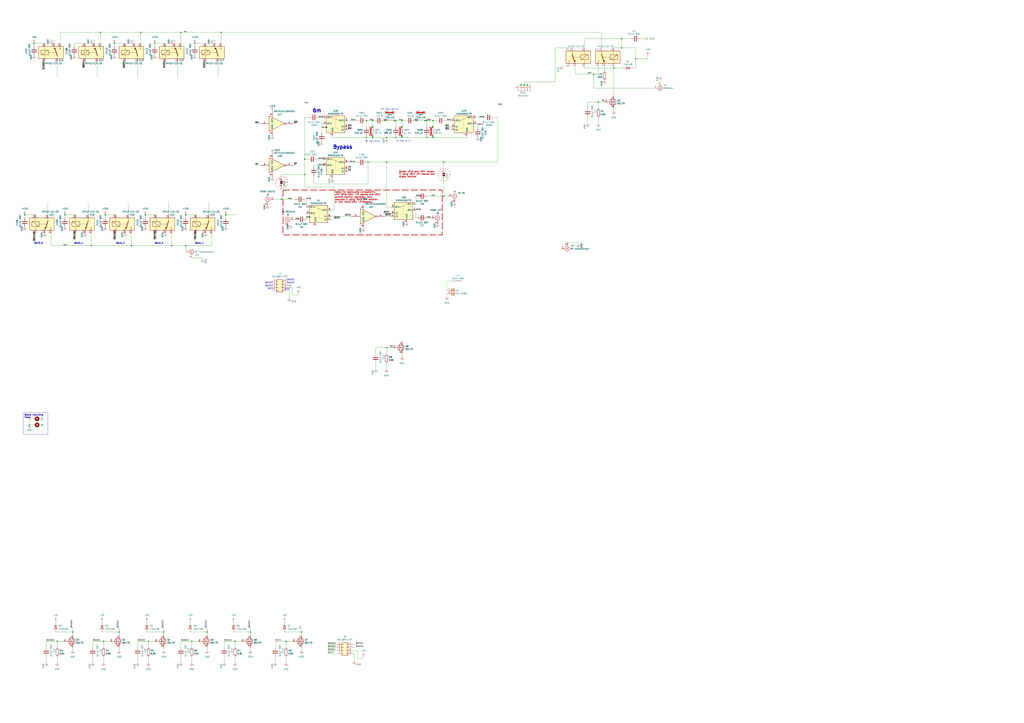
<source format=kicad_sch>
(kicad_sch (version 20250114) (generator "eeschema") (generator_version "9.0")
  (paper "A1")
  (title_block (title "T41 Mini LPF+BPF+PA") (date "2025-12-28") (rev "V12.7") (comment 1 "COPYRIGHT 2025") (comment 2 "Designed by WJ Schmidt-K9HZ") (comment 3 "T41 Mini - Combined LPF, BPF, and PA Board"))
  (circle (center 231.14 149.86) (radius 5.08) (stroke (width 0.5) (type dot) (color 194 0 0 1)))
  (rectangle (start 232.41 156.21) (end 363.22 193.04) (stroke (width 0.5) (type dash) (color 194 0 0 1)))
  (circle (center 364.49 143.51) (radius 5.08) (stroke (width 0.5) (type dot) (color 194 0 0 1)))
  (text "BAND4" (at 220.98 234.95 0) (effects (font (size 1.27 1.27))))
  (text "6m" (at 256.54 92.71 0) (effects (font (size 3 3) (bold yes)) (justify left bottom)))
  (text "BAND_0" (at 27.94 200.66 0) (effects (font (size 1.27 1.27) (bold yes)) (justify left bottom)))
  (text "9T T37-0 5\"\n" (at 306.324 116.332 0) (effects (font (size 1.27 1.27))))
  (text "BAND2" (at 220.98 232.41 0) (effects (font (size 1.27 1.27) (thickness 0.1588))))
  (text "Added for backwards compatibility \nwith V010/V011 LPF boards and V012 \nsecond receiver operation. Only \npopulate if using V012 2nd receiver \nor with V010/V011 LPF boards." (at 274.828 166.878 0) (effects (font (size 1.27 1.27) (thickness 0.254) (bold yes)) (justify left bottom)))
  (text "Band_4" (at 160.02 200.66 0) (effects (font (size 1.27 1.27) (bold yes)) (justify left bottom)))
  (text "Band_3" (at 127 200.66 0) (effects (font (size 1.27 1.27) (bold yes)) (justify left bottom)))
  (text "Band_2" (at 95.25 200.66 0) (effects (font (size 1.27 1.27) (bold yes)) (justify left bottom)))
  (text "17T T37-10 11\"" (at 320.294 89.916 0) (effects (font (size 1.27 1.27))))
  (text "GND" (at 236.22 237.49 0) (effects (font (size 1.27 1.27))))
  (text "Solder JP10 and JP11 closed\nif using V012 LPF boards and\nsingle receiver" (at 327.66 146.05 0) (effects (font (size 1.27 1.27) (thickness 0.254) (bold yes)) (justify left bottom)))
  (text "7T T37-0 4\"" (at 331.47 116.078 0) (effects (font (size 1.27 1.27))))
  (text "+5V" (at 237.49 234.95 0) (effects (font (size 1.27 1.27))))
  (text "BAND3" (at 238.76 232.41 0) (effects (font (size 1.27 1.27))))
  (text "RXTX" (at 222.25 237.49 0) (effects (font (size 1.27 1.27))))
  (text "BAND_1" (at 60.96 200.66 0) (effects (font (size 1.27 1.27) (bold yes)) (justify left bottom)))
  (text "Bypass" (at 273.304 122.682 0) (effects (font (size 3 3) (bold yes)) (justify left bottom)))
  (text "BAND1" (at 238.76 229.87 0) (effects (font (size 1.27 1.27))))
  (text_box "Board mounting holes" (at 19.05 339.09 0) (size 20.32 17.78) (margins 0.9525 0.9525 0.9525 0.9525) (effects (font (size 1.27 1.27) (thickness 0.254) (bold yes)) (justify left top)))
  (junction (at 330.2 113.03))
  (junction (at 349.25 99.06))
  (junction (at 250.19 143.51))
  (junction (at 82.55 26.67))
  (junction (at 152.4 201.93))
  (junction (at 350.52 99.06))
  (junction (at 317.5 285.75))
  (junction (at 325.12 99.06))
  (junction (at 317.5 133.35))
  (junction (at 317.5 113.03))
  (junction (at 119.38 176.53))
  (junction (at 504.19 55.88))
  (junction (at 341.63 99.06))
  (junction (at 510.54 31.75))
  (junction (at 300.99 99.06))
  (junction (at 46.99 527.05))
  (junction (at 487.68 60.96))
  (junction (at 93.98 35.56))
  (junction (at 97.79 519.43))
  (junction (at 85.09 527.05))
  (junction (at 140.97 201.93))
  (junction (at 364.49 133.35))
  (junction (at 300.99 113.03))
  (junction (at 325.12 113.03))
  (junction (at 316.23 99.06))
  (junction (at 231.14 163.83))
  (junction (at 247.65 519.43))
  (junction (at 148.59 26.67))
  (junction (at 306.07 104.14))
  (junction (at 74.93 201.93))
  (junction (at 302.26 133.35))
  (junction (at 160.02 35.56))
  (junction (at 306.07 111.76))
  (junction (at 127 35.56))
  (junction (at 107.95 201.93))
  (junction (at 170.18 519.43))
  (junction (at 364.49 161.29))
  (junction (at 491.49 83.82))
  (junction (at 152.4 176.53))
  (junction (at 121.92 527.05))
  (junction (at 350.52 113.03))
  (junction (at 134.62 519.43))
  (junction (at 115.57 26.67))
  (junction (at 330.2 104.14))
  (junction (at 86.36 176.53))
  (junction (at 355.6 104.14))
  (junction (at 20.32 176.53))
  (junction (at 355.6 111.76))
  (junction (at 250.19 130.81))
  (junction (at 330.2 111.76))
  (junction (at 355.6 99.06))
  (junction (at 427.99 69.85))
  (junction (at 355.6 113.03))
  (junction (at 306.07 113.03))
  (junction (at 59.69 519.43))
  (junction (at 234.95 527.05))
  (junction (at 510.54 39.37))
  (junction (at 24.13 349.25))
  (junction (at 330.2 99.06))
  (junction (at 521.97 48.26))
  (junction (at 193.04 527.05))
  (junction (at 53.34 176.53))
  (junction (at 205.74 519.43))
  (junction (at 185.42 176.53))
  (junction (at 323.85 99.06))
  (junction (at 433.07 69.85))
  (junction (at 430.53 69.85))
  (junction (at 181.61 26.67))
  (junction (at 157.48 527.05))
  (junction (at 306.07 99.06))
  (junction (at 27.94 35.56))
  (wire (pts (xy 45.72 519.43) (xy 59.69 519.43)))
  (wire (pts (xy 193.04 527.05) (xy 198.12 527.05)))
  (wire (pts (xy 60.96 35.56) (xy 60.96 38.1)))
  (wire (pts (xy 176.53 33.02) (xy 173.99 33.02)))
  (wire (pts (xy 140.97 201.93) (xy 152.4 201.93)))
  (wire (pts (xy 355.6 111.76) (xy 355.6 113.03)))
  (wire (pts (xy 308.61 290.83) (xy 308.61 285.75)))
  (wire (pts (xy 350.52 99.06) (xy 349.25 99.06)))
  (wire (pts (xy 365.76 99.06) (xy 370.84 99.06)))
  (wire (pts (xy 82.55 35.56) (xy 82.55 26.67)))
  (wire (pts (xy 179.07 50.8) (xy 179.07 63.5)))
  (wire (pts (xy 480.06 55.88) (xy 504.19 55.88)))
  (wire (pts (xy 325.12 113.03) (xy 317.5 113.03)))
  (wire (pts (xy 293.37 534.67) (xy 293.37 541.02)))
  (wire (pts (xy 251.46 163.83) (xy 251.46 170.18)))
  (wire (pts (xy 161.29 191.77) (xy 161.29 196.85)))
  (wire (pts (xy 231.14 143.51) (xy 231.14 146.05)))
  (wire (pts (xy 455.93 67.31) (xy 455.93 39.37)))
  (wire (pts (xy 85.09 539.75) (xy 85.09 544.83)))
  (wire (pts (xy 300.99 133.35) (xy 302.26 133.35)))
  (wire (pts (xy 160.02 35.56) (xy 168.91 35.56)))
  (wire (pts (xy 504.19 55.88) (xy 504.19 78.74)))
  (wire (pts (xy 107.95 201.93) (xy 140.97 201.93)))
  (wire (pts (xy 355.6 99.06) (xy 358.14 99.06)))
  (wire (pts (xy 184.15 539.75) (xy 184.15 544.83)))
  (wire (pts (xy 289.56 534.67) (xy 293.37 534.67)))
  (wire (pts (xy 69.85 55.88) (xy 69.85 50.8)))
  (wire (pts (xy 364.49 147.32) (xy 364.49 161.29)))
  (wire (pts (xy 408.94 96.52) (xy 408.94 133.35)))
  (wire (pts (xy 367.03 241.3) (xy 367.03 243.84)))
  (wire (pts (xy 325.12 111.76) (xy 325.12 113.03)))
  (wire (pts (xy 59.69 532.13) (xy 59.69 534.67)))
  (wire (pts (xy 146.05 50.8) (xy 146.05 63.5)))
  (wire (pts (xy 110.49 35.56) (xy 110.49 33.02)))
  (wire (pts (xy 330.2 104.14) (xy 330.2 99.06)))
  (wire (pts (xy 521.97 48.26) (xy 521.97 55.88)))
  (wire (pts (xy 209.55 101.6) (xy 213.36 101.6)))
  (wire (pts (xy 330.2 111.76) (xy 330.2 113.03)))
  (wire (pts (xy 257.81 137.16) (xy 257.81 135.89)))
  (wire (pts (xy 271.78 177.8) (xy 288.29 177.8)))
  (wire (pts (xy 53.34 176.53) (xy 53.34 179.07)))
  (wire (pts (xy 300.99 111.76) (xy 300.99 113.03)))
  (wire (pts (xy 317.5 113.03) (xy 306.07 113.03)))
  (wire (pts (xy 176.53 35.56) (xy 176.53 33.02)))
  (wire (pts (xy 391.16 101.6) (xy 392.43 101.6)))
  (wire (pts (xy 298.45 539.75) (xy 298.45 541.02)))
  (wire (pts (xy 364.49 133.35) (xy 408.94 133.35)))
  (wire (pts (xy 184.15 527.05) (xy 184.15 532.13)))
  (wire (pts (xy 510.54 31.75) (xy 518.16 31.75)))
  (wire (pts (xy 430.53 67.31) (xy 455.93 67.31)))
  (wire (pts (xy 59.69 519.43) (xy 59.69 521.97)))
  (wire (pts (xy 49.53 35.56) (xy 49.53 26.67)))
  (wire (pts (xy 152.4 176.53) (xy 152.4 179.07)))
  (wire (pts (xy 241.3 180.34) (xy 243.84 180.34)))
  (wire (pts (xy 191.77 519.43) (xy 205.74 519.43)))
  (wire (pts (xy 317.5 285.75) (xy 317.5 290.83)))
  (wire (pts (xy 317.5 285.75) (xy 322.58 285.75)))
  (wire (pts (xy 113.03 50.8) (xy 113.03 63.5)))
  (wire (pts (xy 328.93 111.76) (xy 330.2 111.76)))
  (wire (pts (xy 461.01 54.61) (xy 467.36 54.61)))
  (wire (pts (xy 86.36 176.53) (xy 86.36 179.07)))
  (wire (pts (xy 341.63 179.07) (xy 342.9 179.07)))
  (wire (pts (xy 226.06 539.75) (xy 226.06 544.83)))
  (wire (pts (xy 115.57 26.67) (xy 148.59 26.67)))
  (wire (pts (xy 302.26 151.13) (xy 302.26 133.35)))
  (wire (pts (xy 38.1 539.75) (xy 38.1 544.83)))
  (wire (pts (xy 317.5 298.45) (xy 317.5 303.53)))
  (wire (pts (xy 193.04 527.05) (xy 193.04 532.13)))
  (wire (pts (xy 80.01 50.8) (xy 80.01 63.5)))
  (wire (pts (xy 185.42 176.53) (xy 185.42 179.07)))
  (wire (pts (xy 250.19 143.51) (xy 250.19 153.67)))
  (wire (pts (xy 269.24 534.67) (xy 276.86 534.67)))
  (wire (pts (xy 271.78 172.72) (xy 274.32 172.72)))
  (wire (pts (xy 209.55 135.89) (xy 213.36 135.89)))
  (wire (pts (xy 236.22 236.22) (xy 240.03 236.22)))
  (wire (pts (xy 138.43 166.37) (xy 138.43 176.53)))
  (wire (pts (xy 365.76 104.14) (xy 370.84 104.14)))
  (wire (pts (xy 148.59 26.67) (xy 181.61 26.67)))
  (wire (pts (xy 168.91 55.88) (xy 168.91 50.8)))
  (wire (pts (xy 83.82 510.54) (xy 83.82 511.81)))
  (wire (pts (xy 273.05 146.05) (xy 273.05 147.32)))
  (wire (pts (xy 472.44 60.96) (xy 487.68 60.96)))
  (wire (pts (xy 269.24 537.21) (xy 276.86 537.21)))
  (wire (pts (xy 39.37 166.37) (xy 39.37 176.53)))
  (wire (pts (xy 304.8 111.76) (xy 306.07 111.76)))
  (wire (pts (xy 274.32 153.67) (xy 250.19 153.67)))
  (wire (pts (xy 392.43 101.6) (xy 392.43 105.41)))
  (wire (pts (xy 53.34 176.53) (xy 62.23 176.53)))
  (wire (pts (xy 354.33 111.76) (xy 355.6 111.76)))
  (wire (pts (xy 38.1 527.05) (xy 38.1 532.13)))
  (wire (pts (xy 532.13 45.72) (xy 532.13 48.26)))
  (wire (pts (xy 97.79 532.13) (xy 97.79 534.67)))
  (wire (pts (xy 269.24 532.13) (xy 276.86 532.13)))
  (wire (pts (xy 274.32 180.34) (xy 271.78 180.34)))
  (wire (pts (xy 36.83 57.15) (xy 36.83 50.8)))
  (wire (pts (xy 355.6 104.14) (xy 355.6 99.06)))
  (wire (pts (xy 260.35 130.81) (xy 265.43 130.81)))
  (wire (pts (xy 285.75 133.35) (xy 293.37 133.35)))
  (wire (pts (xy 273.05 113.03) (xy 300.99 113.03)))
  (wire (pts (xy 325.12 104.14) (xy 325.12 99.06)))
  (wire (pts (xy 226.06 527.05) (xy 226.06 532.13)))
  (wire (pts (xy 341.63 92.71) (xy 341.63 99.06)))
  (wire (pts (xy 306.07 104.14) (xy 306.07 99.06)))
  (wire (pts (xy 120.65 510.54) (xy 120.65 511.81)))
  (wire (pts (xy 316.23 92.71) (xy 316.23 99.06)))
  (wire (pts (xy 127 35.56) (xy 127 38.1)))
  (wire (pts (xy 27.94 35.56) (xy 36.83 35.56)))
  (wire (pts (xy 185.42 176.53) (xy 194.31 176.53)))
  (wire (pts (xy 314.96 99.06) (xy 316.23 99.06)))
  (wire (pts (xy 341.63 179.07) (xy 341.63 172.72)))
  (wire (pts (xy 491.49 83.82) (xy 491.49 88.9)))
  (wire (pts (xy 240.03 236.22) (xy 240.03 242.57)))
  (wire (pts (xy 425.45 69.85) (xy 427.99 69.85)))
  (wire (pts (xy 29.21 198.12) (xy 29.21 191.77)))
  (wire (pts (xy 340.36 99.06) (xy 341.63 99.06)))
  (wire (pts (xy 218.44 236.22) (xy 223.52 236.22)))
  (wire (pts (xy 143.51 33.02) (xy 140.97 33.02)))
  (wire (pts (xy 308.61 285.75) (xy 317.5 285.75)))
  (wire (pts (xy 504.19 55.88) (xy 511.81 55.88)))
  (wire (pts (xy 532.13 48.26) (xy 521.97 48.26)))
  (wire (pts (xy 257.81 151.13) (xy 302.26 151.13)))
  (wire (pts (xy 542.29 66.04) (xy 542.29 67.31)))
  (wire (pts (xy 152.4 176.53) (xy 161.29 176.53)))
  (wire (pts (xy 74.93 201.93) (xy 107.95 201.93)))
  (wire (pts (xy 325.12 99.06) (xy 323.85 99.06)))
  (wire (pts (xy 231.14 163.83) (xy 224.79 163.83)))
  (wire (pts (xy 269.24 529.59) (xy 276.86 529.59)))
  (wire (pts (xy 469.9 39.37) (xy 455.93 39.37)))
  (wire (pts (xy 171.45 166.37) (xy 171.45 176.53)))
  (wire (pts (xy 236.22 185.42) (xy 238.76 185.42)))
  (wire (pts (xy 234.95 539.75) (xy 234.95 544.83)))
  (wire (pts (xy 316.23 177.8) (xy 321.31 177.8)))
  (wire (pts (xy 302.26 133.35) (xy 317.5 133.35)))
  (wire (pts (xy 251.46 180.34) (xy 251.46 175.26)))
  (wire (pts (xy 181.61 26.67) (xy 181.61 35.56)))
  (wire (pts (xy 494.03 39.37) (xy 494.03 26.67)))
  (wire (pts (xy 341.63 161.29) (xy 342.9 161.29)))
  (wire (pts (xy 350.52 179.07) (xy 354.33 179.07)))
  (wire (pts (xy 247.65 516.89) (xy 247.65 519.43)))
  (wire (pts (xy 234.95 527.05) (xy 234.95 532.13)))
  (wire (pts (xy 46.99 539.75) (xy 46.99 544.83)))
  (wire (pts (xy 41.91 201.93) (xy 74.93 201.93)))
  (wire (pts (xy 205.74 516.89) (xy 205.74 519.43)))
  (wire (pts (xy 74.93 191.77) (xy 74.93 201.93)))
  (wire (pts (xy 487.68 72.39) (xy 487.68 60.96)))
  (wire (pts (xy 487.68 60.96) (xy 491.49 60.96)))
  (wire (pts (xy 306.07 113.03) (xy 306.07 111.76)))
  (wire (pts (xy 77.47 35.56) (xy 77.47 33.02)))
  (wire (pts (xy 119.38 176.53) (xy 128.27 176.53)))
  (wire (pts (xy 350.52 113.03) (xy 330.2 113.03)))
  (wire (pts (xy 323.85 92.71) (xy 323.85 99.06)))
  (wire (pts (xy 156.21 519.43) (xy 170.18 519.43)))
  (wire (pts (xy 521.97 55.88) (xy 519.43 55.88)))
  (wire (pts (xy 474.98 200.66) (xy 474.98 199.39)))
  (wire (pts (xy 115.57 26.67) (xy 115.57 35.56)))
  (wire (pts (xy 135.89 55.88) (xy 135.89 50.8)))
  (wire (pts (xy 160.02 35.56) (xy 160.02 38.1)))
  (wire (pts (xy 113.03 539.75) (xy 113.03 544.83)))
  (wire (pts (xy 157.48 212.09) (xy 166.37 212.09)))
  (wire (pts (xy 85.09 527.05) (xy 85.09 532.13)))
  (wire (pts (xy 261.62 96.52) (xy 265.43 96.52)))
  (wire (pts (xy 341.63 161.29) (xy 341.63 167.64)))
  (wire (pts (xy 113.03 527.05) (xy 113.03 532.13)))
  (wire (pts (xy 148.59 539.75) (xy 148.59 544.83)))
  (wire (pts (xy 45.72 510.54) (xy 45.72 511.81)))
  (wire (pts (xy 231.14 153.67) (xy 231.14 163.83)))
  (wire (pts (xy 330.2 99.06) (xy 332.74 99.06)))
  (wire (pts (xy 236.22 238.76) (xy 237.49 238.76)))
  (wire (pts (xy 306.07 99.06) (xy 307.34 99.06)))
  (wire (pts (xy 247.65 519.43) (xy 247.65 521.97)))
  (wire (pts (xy 308.61 298.45) (xy 308.61 303.53)))
  (wire (pts (xy 317.5 133.35) (xy 364.49 133.35)))
  (wire (pts (xy 364.49 133.35) (xy 364.49 139.7)))
  (wire (pts (xy 148.59 527.05) (xy 157.48 527.05)))
  (wire (pts (xy 97.79 519.43) (xy 97.79 521.97)))
  (wire (pts (xy 170.18 532.13) (xy 170.18 534.67)))
  (wire (pts (xy 521.97 39.37) (xy 521.97 48.26)))
  (wire (pts (xy 365.76 106.68) (xy 370.84 106.68)))
  (wire (pts (xy 83.82 519.43) (xy 97.79 519.43)))
  (wire (pts (xy 152.4 201.93) (xy 152.4 207.01)))
  (wire (pts (xy 157.48 527.05) (xy 157.48 532.13)))
  (wire (pts (xy 191.77 510.54) (xy 191.77 511.81)))
  (wire (pts (xy 38.1 527.05) (xy 46.99 527.05)))
  (wire (pts (xy 72.39 166.37) (xy 72.39 176.53)))
  (wire (pts (xy 134.62 519.43) (xy 134.62 521.97)))
  (wire (pts (xy 120.65 519.43) (xy 134.62 519.43)))
  (wire (pts (xy 148.59 26.67) (xy 148.59 35.56)))
  (wire (pts (xy 405.13 96.52) (xy 408.94 96.52)))
  (wire (pts (xy 46.99 527.05) (xy 46.99 532.13)))
  (wire (pts (xy 350.52 161.29) (xy 364.49 161.29)))
  (wire (pts (xy 317.5 133.35) (xy 317.5 170.18)))
  (wire (pts (xy 383.54 111.76) (xy 383.54 113.03)))
  (wire (pts (xy 86.36 176.53) (xy 95.25 176.53)))
  (wire (pts (xy 134.62 516.89) (xy 134.62 519.43)))
  (wire (pts (xy 41.91 191.77) (xy 41.91 201.93)))
  (wire (pts (xy 364.49 161.29) (xy 368.3 161.29)))
  (wire (pts (xy 205.74 532.13) (xy 205.74 534.67)))
  (wire (pts (xy 27.94 35.56) (xy 27.94 38.1)))
  (wire (pts (xy 293.37 541.02) (xy 298.45 541.02)))
  (wire (pts (xy 250.19 163.83) (xy 251.46 163.83)))
  (wire (pts (xy 367.03 231.14) (xy 372.11 231.14)))
  (wire (pts (xy 102.87 55.88) (xy 102.87 50.8)))
  (wire (pts (xy 350.52 111.76) (xy 350.52 113.03)))
  (wire (pts (xy 472.44 54.61) (xy 472.44 60.96)))
  (wire (pts (xy 76.2 527.05) (xy 85.09 527.05)))
  (wire (pts (xy 44.45 35.56) (xy 44.45 33.02)))
  (wire (pts (xy 237.49 238.76) (xy 237.49 245.11)))
  (wire (pts (xy 134.62 532.13) (xy 134.62 534.67)))
  (wire (pts (xy 491.49 60.96) (xy 491.49 54.61)))
  (wire (pts (xy 300.99 113.03) (xy 306.07 113.03)))
  (wire (pts (xy 82.55 26.67) (xy 115.57 26.67)))
  (wire (pts (xy 231.14 143.51) (xy 250.19 143.51)))
  (wire (pts (xy 504.19 39.37) (xy 510.54 39.37)))
  (wire (pts (xy 170.18 516.89) (xy 170.18 519.43)))
  (wire (pts (xy 240.03 242.57) (xy 245.11 242.57)))
  (wire (pts (xy 231.14 163.83) (xy 242.57 163.83)))
  (wire (pts (xy 367.03 231.14) (xy 367.03 238.76)))
  (wire (pts (xy 166.37 213.36) (xy 166.37 212.09)))
  (wire (pts (xy 350.52 113.03) (xy 355.6 113.03)))
  (wire (pts (xy 60.96 35.56) (xy 69.85 35.56)))
  (wire (pts (xy 480.06 31.75) (xy 510.54 31.75)))
  (wire (pts (xy 350.52 99.06) (xy 355.6 99.06)))
  (wire (pts (xy 491.49 96.52) (xy 491.49 101.6)))
  (wire (pts (xy 121.92 527.05) (xy 121.92 532.13)))
  (wire (pts (xy 430.53 69.85) (xy 430.53 67.31)))
  (wire (pts (xy 85.09 527.05) (xy 90.17 527.05)))
  (wire (pts (xy 233.68 519.43) (xy 247.65 519.43)))
  (wire (pts (xy 285.75 99.06) (xy 293.37 99.06)))
  (wire (pts (xy 119.38 176.53) (xy 119.38 179.07)))
  (wire (pts (xy 247.65 532.13) (xy 247.65 534.67)))
  (wire (pts (xy 257.81 144.78) (xy 257.81 151.13)))
  (wire (pts (xy 76.2 527.05) (xy 76.2 532.13)))
  (wire (pts (xy 391.16 96.52) (xy 397.51 96.52)))
  (wire (pts (xy 93.98 35.56) (xy 102.87 35.56)))
  (wire (pts (xy 113.03 527.05) (xy 121.92 527.05)))
  (wire (pts (xy 264.16 101.6) (xy 264.16 109.22)))
  (wire (pts (xy 504.19 88.9) (xy 504.19 91.44)))
  (wire (pts (xy 250.19 96.52) (xy 250.19 130.81)))
  (wire (pts (xy 317.5 113.03) (xy 317.5 114.3)))
  (wire (pts (xy 354.33 104.14) (xy 355.6 104.14)))
  (wire (pts (xy 491.49 83.82) (xy 496.57 83.82)))
  (wire (pts (xy 105.41 166.37) (xy 105.41 176.53)))
  (wire (pts (xy 480.06 39.37) (xy 480.06 31.75)))
  (wire (pts (xy 496.57 54.61) (xy 496.57 58.42)))
  (wire (pts (xy 510.54 31.75) (xy 510.54 39.37)))
  (wire (pts (xy 290.83 537.21) (xy 290.83 543.56)))
  (wire (pts (xy 265.43 101.6) (xy 264.16 101.6)))
  (wire (pts (xy 321.31 170.18) (xy 317.5 170.18)))
  (wire (pts (xy 314.96 175.26) (xy 321.31 175.26)))
  (wire (pts (xy 325.12 99.06) (xy 330.2 99.06)))
  (wire (pts (xy 304.8 104.14) (xy 306.07 104.14)))
  (wire (pts (xy 482.6 83.82) (xy 491.49 83.82)))
  (wire (pts (xy 292.1 529.59) (xy 289.56 529.59)))
  (wire (pts (xy 349.25 92.71) (xy 349.25 99.06)))
  (wire (pts (xy 504.19 55.88) (xy 504.19 54.61)))
  (wire (pts (xy 350.52 104.14) (xy 350.52 99.06)))
  (wire (pts (xy 289.56 537.21) (xy 290.83 537.21)))
  (wire (pts (xy 250.19 130.81) (xy 250.19 143.51)))
  (wire (pts (xy 482.6 96.52) (xy 482.6 101.6)))
  (wire (pts (xy 156.21 510.54) (xy 156.21 511.81)))
  (wire (pts (xy 525.78 31.75) (xy 529.59 31.75)))
  (wire (pts (xy 205.74 519.43) (xy 205.74 521.97)))
  (wire (pts (xy 274.32 172.72) (xy 274.32 153.67)))
  (wire (pts (xy 152.4 201.93) (xy 173.99 201.93)))
  (wire (pts (xy 245.11 241.3) (xy 245.11 242.57)))
  (wire (pts (xy 20.32 176.53) (xy 29.21 176.53)))
  (wire (pts (xy 76.2 539.75) (xy 76.2 544.83)))
  (wire (pts (xy 433.07 69.85) (xy 435.61 69.85)))
  (wire (pts (xy 128.27 191.77) (xy 128.27 196.85)))
  (wire (pts (xy 328.93 104.14) (xy 330.2 104.14)))
  (wire (pts (xy 234.95 527.05) (xy 240.03 527.05)))
  (wire (pts (xy 59.69 516.89) (xy 59.69 519.43)))
  (wire (pts (xy 427.99 69.85) (xy 430.53 69.85)))
  (wire (pts (xy 487.68 72.39) (xy 537.21 72.39)))
  (wire (pts (xy 474.98 199.39) (xy 466.09 199.39)))
  (wire (pts (xy 184.15 527.05) (xy 193.04 527.05)))
  (wire (pts (xy 127 35.56) (xy 135.89 35.56)))
  (wire (pts (xy 273.05 111.76) (xy 273.05 113.03)))
  (wire (pts (xy 77.47 33.02) (xy 74.93 33.02)))
  (wire (pts (xy 95.25 191.77) (xy 95.25 196.85)))
  (wire (pts (xy 430.53 69.85) (xy 433.07 69.85)))
  (wire (pts (xy 170.18 519.43) (xy 170.18 521.97)))
  (wire (pts (xy 121.92 539.75) (xy 121.92 544.83)))
  (wire (pts (xy 181.61 26.67) (xy 494.03 26.67)))
  (wire (pts (xy 173.99 191.77) (xy 173.99 201.93)))
  (wire (pts (xy 233.68 510.54) (xy 233.68 511.81)))
  (wire (pts (xy 325.12 113.03) (xy 330.2 113.03)))
  (wire (pts (xy 93.98 35.56) (xy 93.98 38.1)))
  (wire (pts (xy 226.06 527.05) (xy 234.95 527.05)))
  (wire (pts (xy 24.13 349.25) (xy 26.67 349.25)))
  (wire (pts (xy 46.99 50.8) (xy 46.99 63.5)))
  (wire (pts (xy 46.99 527.05) (xy 52.07 527.05)))
  (wire (pts (xy 292.1 532.13) (xy 289.56 532.13)))
  (wire (pts (xy 480.06 54.61) (xy 480.06 55.88)))
  (wire (pts (xy 250.19 130.81) (xy 252.73 130.81)))
  (wire (pts (xy 157.48 527.05) (xy 162.56 527.05)))
  (wire (pts (xy 250.19 96.52) (xy 254 96.52)))
  (wire (pts (xy 24.13 344.17) (xy 24.13 349.25)))
  (wire (pts (xy 330.2 290.83) (xy 330.2 293.37)))
  (wire (pts (xy 482.6 88.9) (xy 482.6 83.82)))
  (wire (pts (xy 49.53 26.67) (xy 82.55 26.67)))
  (wire (pts (xy 107.95 191.77) (xy 107.95 201.93)))
  (wire (pts (xy 20.32 176.53) (xy 20.32 179.07)))
  (wire (pts (xy 300.99 104.14) (xy 300.99 99.06)))
  (wire (pts (xy 121.92 527.05) (xy 127 527.05)))
  (wire (pts (xy 44.45 33.02) (xy 41.91 33.02)))
  (wire (pts (xy 62.23 196.85) (xy 62.23 191.77)))
  (wire (pts (xy 383.54 113.03) (xy 355.6 113.03)))
  (wire (pts (xy 300.99 99.06) (xy 306.07 99.06)))
  (wire (pts (xy 148.59 527.05) (xy 148.59 532.13)))
  (wire (pts (xy 140.97 191.77) (xy 140.97 201.93)))
  (wire (pts (xy 257.81 135.89) (xy 265.43 135.89)))
  (wire (pts (xy 110.49 33.02) (xy 107.95 33.02)))
  (wire (pts (xy 193.04 539.75) (xy 193.04 544.83)))
  (wire (pts (xy 97.79 516.89) (xy 97.79 519.43)))
  (wire (pts (xy 26.67 344.17) (xy 24.13 344.17)))
  (wire (pts (xy 157.48 539.75) (xy 157.48 544.83)))
  (wire (pts (xy 521.97 39.37) (xy 510.54 39.37)))
  (wire (pts (xy 143.51 35.56) (xy 143.51 33.02)))
  (label "~{RXTX}" (at 316.23 177.8 0) (effects (font (thickness 0.254) (bold yes))))
  (label "RRF250" (at 261.62 130.81 0) (effects (font (size 0.8 0.8))))
  (label "~{6m}" (at 285.75 106.68 0) (effects (font (bold yes))))
  (label "RRF101" (at 287.02 133.35 0) (effects (font (size 0.8 0.8))))
  (label "B40M" (at 135.89 55.88 90) (effects (font (bold yes))))
  (label "BBAND0" (at 29.21 198.12 90) (effects (font (bold yes))))
  (label "BBAND3" (at 128.27 196.85 90) (effects (font (bold yes))))
  (label "NF" (at 285.75 138.43 0) (effects (font (bold yes))))
  (label "_BAND0" (at 59.69 516.89 90))
  (label "TX" (at 247.65 516.89 90))
  (label "BAND0" (at 269.24 529.59 0))
  (label "ANT" (at 482.6 60.96 0))
  (label "6m" (at 209.55 101.6 0) (effects (font (bold yes))))
  (label "BBAND1" (at 62.23 196.85 90) (effects (font (bold yes))))
  (label "_BAND2" (at 134.62 516.89 90))
  (label "RXTX" (at 283.21 177.8 0) (effects (font (thickness 0.254) (bold yes))))
  (label "RRF91" (at 251.46 179.07 0) (effects (font (size 0.8 0.8))))
  (label "BAND4" (at 184.15 527.05 0))
  (label "TX" (at 322.58 285.75 180) (effects (font (bold yes))))
  (label "RFOUT" (at 408.94 86.36 0) (effects (font (size 0.8 0.8))))
  (label "B80M" (at 69.85 55.88 90) (effects (font (bold yes))))
  (label "B30M" (at 168.91 55.88 90) (effects (font (bold yes))))
  (label "6m" (at 285.75 104.14 0) (effects (font (bold yes))))
  (label "RXTX" (at 314.96 175.26 0) (effects (font (thickness 0.254) (bold yes))))
  (label "RRF211" (at 392.43 102.87 0) (effects (font (size 0.8 0.8))))
  (label "NF" (at 209.55 135.89 0) (effects (font (bold yes))))
  (label "~{6m}" (at 365.76 106.68 0) (effects (font (bold yes))))
  (label "RRF100" (at 261.62 135.89 0) (effects (font (size 0.8 0.8))))
  (label "~{6m}" (at 241.3 101.6 0) (effects (font (bold yes))))
  (label "RRF58" (at 393.7 96.52 0) (effects (font (size 0.8 0.8))))
  (label "RRF50" (at 261.62 96.52 0) (effects (font (size 0.8 0.8))))
  (label "RRF57" (at 367.03 99.06 0) (effects (font (size 0.8 0.8))))
  (label "_BAND3" (at 170.18 516.89 90))
  (label "BBAND2" (at 95.25 196.85 90) (effects (font (bold yes))))
  (label "BAND3" (at 292.1 532.13 0))
  (label "B60M" (at 102.87 55.88 90) (effects (font (bold yes))))
  (label "RF90" (at 236.22 163.83 0) (effects (font (size 0.8 0.8))))
  (label "~{NF}" (at 241.3 135.89 0) (effects (font (bold yes))))
  (label "RRF92" (at 341.63 161.29 0) (effects (font (size 0.8 0.8))))
  (label "RXTX" (at 226.06 527.05 0))
  (label "BAND4" (at 269.24 534.67 0))
  (label "RF93" (at 350.52 179.07 0) (effects (font (size 0.8 0.8))))
  (label "RFIN" (at 250.19 85.09 0) (effects (font (size 0.8 0.8))))
  (label "BAND2" (at 113.03 527.05 0))
  (label "RF92" (at 242.57 180.34 0) (effects (font (size 0.8 0.8))))
  (label "RF52" (at 303.53 99.06 0) (effects (font (size 0.8 0.8))))
  (label "RRF93" (at 341.63 172.72 0) (effects (font (size 0.8 0.8))))
  (label "~{RXTX}" (at 274.32 180.34 0) (effects (font (thickness 0.254) (bold yes))))
  (label "BBAND4" (at 161.29 196.85 90) (effects (font (bold yes))))
  (label "RXTX" (at 269.24 537.21 0))
  (label "_BAND4" (at 205.74 516.89 90))
  (label "RF55" (at 340.36 99.06 0) (effects (font (size 0.8 0.8))))
  (label "~{NF}" (at 285.75 140.97 0) (effects (font (bold yes))))
  (label "BAND3" (at 148.59 527.05 0))
  (label "RRF51" (at 288.29 99.06 0) (effects (font (size 0.8 0.8))))
  (label "BAND1" (at 292.1 529.59 0))
  (label "_BAND1" (at 97.79 516.89 90))
  (label "RRF90" (at 251.46 163.83 0) (effects (font (size 0.8 0.8))))
  (label "6m" (at 365.76 104.14 0) (effects (font (bold yes))))
  (label "RF54" (at 327.66 99.06 0) (effects (font (size 0.8 0.8))))
  (label "TX" (at 496.57 83.82 180) (effects (font (bold yes))))
  (label "RF56" (at 350.52 99.06 0) (effects (font (size 0.8 0.8))))
  (label "RF1" (at 151.13 26.67 0) (effects (font (size 0.8 0.8))))
  (label "RF91" (at 354.33 161.29 0) (effects (font (size 0.8 0.8))))
  (label "RF53" (at 314.96 99.06 0) (effects (font (size 0.8 0.8))))
  (label "RF6" (at 52.07 201.93 0) (effects (font (size 0.8 0.8))))
  (label "B160M" (at 36.83 57.15 90) (effects (font (bold yes))))
  (label "BAND2" (at 269.24 532.13 0))
  (label "RRF205" (at 264.16 105.41 0) (effects (font (size 0.8 0.8))))
  (label "BAND0" (at 38.1 527.05 0))
  (label "BAND1" (at 76.2 527.05 0))
  (symbol (lib_name "GND_3") (lib_id "power:GND") (at 46.99 544.83 0) (unit 1)
    (property "Reference" "#PWR017" (effects (hide yes)))
    (property "Value" "GND" (at 46.99 549.91 0))
    (property "Description" "Power symbol creates a global label with name \"GND\" , ground" (effects (hide yes)))
  )
  (symbol (lib_id "power:+12V") (at 86.36 176.53 0) (unit 1)
    (property "Reference" "#PWR073" (effects (hide yes)))
    (property "Value" "+12V" (at 86.36 171.45 0))
  )
  (symbol (lib_id "power:+12V") (at 20.32 176.53 0) (unit 1)
    (property "Reference" "#PWR063" (effects (hide yes)))
    (property "Value" "+12V" (at 20.32 171.45 0))
  )
  (symbol (lib_id "power:GND") (at 223.52 111.76 0) (unit 1)
    (property "Reference" "#PWR035" (effects (hide yes)))
    (property "Value" "GND" (at 220.98 113.03 90))
  )
  (symbol (lib_id "74xGxx:74LVC1G04") (at 303.53 177.8 0) (unit 1)
    (property "Reference" "U37" (at 304.8 170.18 0))
    (property "Value" "SN74LVC1G04DCK" (at 308.61 167.64 0))
    (property "Footprint" "T41_Library:SOT-SC70" (effects (hide yes)))
    (property "Datasheet" "https://www.ti.com/lit/ds/symlink/sn74lvc1g04.pdf" (effects (hide yes)))
    (property "Mouser Part Number" "595-SN74LVC1G04DCKR" (effects (hide yes)))
  )
  (symbol (lib_id "Device:C") (at 346.71 161.29 90) (mirror x) (unit 1)
    (property "Reference" "C8" (at 346.71 167.5933 90))
    (property "Value" "0.1uF 50V" (at 346.71 165.1691 90))
    (property "Footprint" "Capacitor_SMD:C_1206_3216Metric" (effects (hide yes)))
    (property "Mouser Part Number" "C1206C104K5RACTU" (effects (hide yes)))
  )
  (symbol (lib_id "Device:C") (at 297.18 133.35 90) (unit 1)
    (property "Reference" "C701" (at 297.18 127.0467 90))
    (property "Value" "0.1uF 50V" (at 297.18 129.4709 90))
    (property "Footprint" "Capacitor_SMD:C_1206_3216Metric" (effects (hide yes)))
    (property "Mouser Part Number" "C1206C104K5RACTU" (effects (hide yes)))
  )
  (symbol (lib_id "Device:C") (at 361.95 99.06 90) (unit 1)
    (property "Reference" "C607" (at 361.95 92.7567 90))
    (property "Value" "0.1uF 50V" (at 361.95 95.1809 90))
    (property "Footprint" "Capacitor_SMD:C_1206_3216Metric" (effects (hide yes)))
    (property "Mouser Part Number" "C1206C104K5RACTU" (effects (hide yes)))
  )
  (symbol (lib_id "74xGxx:74LVC1G04") (at 228.6 101.6 0) (unit 1)
    (property "Reference" "U17" (at 229.87 93.98 0))
    (property "Value" "SN74LVC1G04DCK" (at 233.68 91.44 0))
    (property "Footprint" "T41_Library:SOT-SC70" (effects (hide yes)))
    (property "Datasheet" "https://www.ti.com/lit/ds/symlink/sn74lvc1g04.pdf" (effects (hide yes)))
    (property "Mouser Part Number" "595-SN74LVC1G04DCKR" (effects (hide yes)))
  )
  (symbol (lib_name "GND_2") (lib_id "power:GND") (at 529.59 31.75 90) (unit 1)
    (property "Reference" "#PWR014" (effects (hide yes)))
    (property "Value" "GND" (at 533.4 31.7499 90) (effects (justify right)))
    (property "Description" "Power symbol creates a global label with name \"GND\" , ground" (effects (hide yes)))
  )
  (symbol (lib_id "power:+5V") (at 83.82 510.54 0) (unit 1)
    (property "Reference" "#PWR019" (effects (hide yes)))
    (property "Value" "+5V" (at 83.82 505.46 0))
    (property "Description" "Power symbol creates a global label with name \"+5V\"" (effects (hide yes)))
  )
  (symbol (lib_id "power:GND") (at 173.99 33.02 0) (mirror y) (unit 1)
    (property "Reference" "#PWR093" (effects (hide yes)))
    (property "Value" "GND" (at 171.45 34.29 90))
  )
  (symbol (lib_id "Device:L") (at 328.93 107.95 0) (mirror y) (unit 1) (in_bom no) (dnp yes)
    (property "Reference" "L19" (effects (hide yes)))
    (property "Value" "L" (at 327.6628 109.1621 0) (effects (justify left)))
    (property "Footprint" "Inductor_SMD:L_1206_3216Metric" (effects (hide yes)))
  )
  (symbol (lib_id "Connector:Conn_Coaxial") (at 219.71 163.83 0) (mirror y) (unit 1)
    (property "Reference" "J2" (at 220.98 160.02 0) (effects (justify left)))
    (property "Value" "FROM EXCITE" (at 226.06 157.48 0) (effects (justify left)))
    (property "Footprint" "Connector_Coaxial:SMA_Amphenol_901-144_Vertical" (effects (hide yes)))
    (property "Datasheet" " ~" (effects (hide yes)))
    (property "Mouser Part Number" "712-CONSMA001-G" (effects (hide yes)))
  )
  (symbol (lib_id "power:GND") (at 184.15 544.83 0) (mirror y) (unit 1)
    (property "Reference" "#PWR030" (effects (hide yes)))
    (property "Value" "GND" (at 181.61 547.37 90))
  )
  (symbol (lib_id "Device:L") (at 330.2 107.95 0) (unit 1)
    (property "Reference" "L603" (at 331.47 106.68 0) (effects (justify left)))
    (property "Value" "24 nH" (at 331.47 109.22 0) (effects (justify left)))
    (property "Footprint" "T41_Library:FT37-toroid-vertical" (effects (hide yes)))
  )
  (symbol (lib_id "Device:L") (at 345.44 99.06 90) (unit 1)
    (property "Reference" "L604" (at 345.44 93.98 90))
    (property "Value" "720 nH" (at 345.44 96.52 90))
    (property "Footprint" "T41_Library:FT37-toroid-vertical" (effects (hide yes)))
  )
  (symbol (lib_id "power:GND") (at 474.98 200.66 0) (unit 1)
    (property "Reference" "#PWR0210" (effects (hide yes)))
    (property "Value" "GND" (at 477.52 201.93 90))
  )
  (symbol (lib_id "power:+12V") (at 119.38 176.53 0) (unit 1)
    (property "Reference" "#PWR076" (effects (hide yes)))
    (property "Value" "+12V" (at 119.38 171.45 0))
  )
  (symbol (lib_id "Device:C") (at 76.2 535.94 0) (unit 1)
    (property "Reference" "C4" (at 82.4342 534.67 90))
    (property "Value" "0.1uF 50V" (at 80.01 534.67 90))
    (property "Footprint" "Capacitor_SMD:C_1206_3216Metric" (effects (hide yes)))
    (property "Mouser Part Number" "581-12065F104K4" (effects (hide yes)))
  )
  (symbol (lib_id "power:GND") (at 334.01 182.88 0) (unit 1)
    (property "Reference" "#PWR05" (effects (hide yes)))
    (property "Value" "GND" (at 331.47 184.15 90))
  )
  (symbol (lib_id "Device:C") (at 60.96 41.91 0) (mirror y) (unit 1)
    (property "Reference" "C108" (at 54.61 41.91 90))
    (property "Value" "0.1uF 50V" (at 57.15 40.64 90))
    (property "Footprint" "Capacitor_SMD:C_1206_3216Metric" (effects (hide yes)))
    (property "Mouser Part Number" "581-12065F104K4" (effects (hide yes)))
  )
  (symbol (lib_id "power:GND") (at 223.52 146.05 0) (unit 1)
    (property "Reference" "#PWR040" (effects (hide yes)))
    (property "Value" "GND" (at 220.98 147.32 90))
  )
  (symbol (lib_id "Device:C") (at 38.1 535.94 0) (unit 1)
    (property "Reference" "C3" (at 44.3342 534.67 90))
    (property "Value" "0.1uF 50V" (at 41.91 534.67 90))
    (property "Footprint" "Capacitor_SMD:C_1206_3216Metric" (effects (hide yes)))
    (property "Mouser Part Number" "581-12065F104K4" (effects (hide yes)))
  )
  (symbol (lib_id "Relay:Relay_SPDT") (at 474.98 46.99 180) (unit 1)
    (property "Reference" "K1" (at 464.82 40.64 0) (effects (justify right)))
    (property "Value" "HF41F/12-ZS" (at 466.09 38.1 0) (effects (justify right)))
    (property "Footprint" "T41_Library:Relay_SPDT_HF41F12-ZS" (effects (hide yes)))
  )
  (symbol (lib_id "Relay:Relay_SPDT") (at 140.97 43.18 0) (unit 1)
    (property "Reference" "K12" (at 151.13 49.53 0) (effects (justify right)))
    (property "Value" "HF41F/12-ZS" (at 149.86 52.07 0) (effects (justify right)))
    (property "Footprint" "T41_Library:Relay_SPDT_HF41F12-ZS" (effects (hide yes)))
  )
  (symbol (lib_id "power:+3V3") (at 298.45 167.64 0) (unit 1)
    (property "Reference" "#PWR09" (effects (hide yes)))
    (property "Value" "+3V3" (at 298.45 163.5069 0))
  )
  (symbol (lib_id "power:+5V") (at 120.65 510.54 0) (unit 1)
    (property "Reference" "#PWR023" (effects (hide yes)))
    (property "Value" "+5V" (at 120.65 505.46 0))
    (property "Description" "Power symbol creates a global label with name \"+5V\"" (effects (hide yes)))
  )
  (symbol (lib_id "RF_Switch:MASWSS0179") (at 275.59 135.89 0) (mirror y) (unit 1)
    (property "Reference" "U21" (at 275.59 125.3957 0))
    (property "Value" "MASWSS0179" (at 275.59 127.8199 0))
    (property "Footprint" "T41_Library:MASWSS0179-SOT-26" (effects (hide yes)))
    (property "Datasheet" "https://cdn.macom.com/datasheets/MASWSS0179.pdf" (effects (hide yes)))
    (property "Mouser Part Number" "937-MASWSS0179-T" (effects (hide yes)))
  )
  (symbol (lib_id "power:GND") (at 36.83 191.77 0) (mirror y) (unit 1)
    (property "Reference" "#PWR061" (effects (hide yes)))
    (property "Value" "GND" (at 34.29 193.04 90))
  )
  (symbol (lib_id "Transistor_FET:BS170") (at 245.11 527.05 0) (unit 1)
    (property "Reference" "Q7" (at 250.317 525.8379 0) (effects (justify left)))
    (property "Value" "BS170" (at 250.317 528.2621 0) (effects (justify left)))
    (property "Footprint" "Package_TO_SOT_THT:TO-92_Inline" (effects (hide yes)))
    (property "Datasheet" "https://www.onsemi.com/pub/Collateral/BS170-D.PDF" (effects (hide yes)))
    (property "Mouser Part Number" "512-BS170" (effects (hide yes)))
  )
  (symbol (lib_name "GND_3") (lib_id "power:GND") (at 121.92 544.83 0) (unit 1)
    (property "Reference" "#PWR024" (effects (hide yes)))
    (property "Value" "GND" (at 121.92 549.91 0))
    (property "Description" "Power symbol creates a global label with name \"GND\" , ground" (effects (hide yes)))
  )
  (symbol (lib_id "power:GND") (at 392.43 113.03 0) (mirror y) (unit 1)
    (property "Reference" "#PWR038" (effects (hide yes)))
    (property "Value" "GND" (at 394.97 114.3 90))
  )
  (symbol (lib_id "Device:R") (at 85.09 535.94 0) (unit 1)
    (property "Reference" "R4" (at 86.868 534.7279 0) (effects (justify left)))
    (property "Value" "6.8k" (at 86.868 537.1521 0) (effects (justify left)))
    (property "Footprint" "Resistor_SMD:R_1206_3216Metric" (effects (hide yes)))
    (property "Mouser Part Number" "652-CR1206JW-682ELF" (effects (hide yes)))
  )
  (symbol (lib_id "Device:C") (at 86.36 182.88 0) (mirror y) (unit 1)
    (property "Reference" "C111" (at 80.01 182.88 90))
    (property "Value" "0.1uF 50V" (at 82.55 181.61 90))
    (property "Footprint" "Capacitor_SMD:C_1206_3216Metric" (effects (hide yes)))
    (property "Mouser Part Number" "581-12065F104K4" (effects (hide yes)))
  )
  (symbol (lib_id "power:GND") (at 542.29 66.04 180) (unit 1)
    (property "Reference" "#PWR012" (effects (hide yes)))
    (property "Value" "GND" (at 539.75 64.77 90))
  )
  (symbol (lib_id "power:GND") (at 237.49 245.11 0) (unit 1)
    (property "Reference" "#PWR041" (effects (hide yes)))
    (property "Value" "GND" (at 241.3 247.65 0))
  )
  (symbol (lib_name "+5V_1") (lib_id "power:+5V") (at 298.45 539.75 0) (unit 1)
    (property "Reference" "#PWR056" (effects (hide yes)))
    (property "Value" "+5V" (at 298.45 534.67 0))
    (property "Description" "Power symbol creates a global label with name \"+5V\"" (effects (hide yes)))
  )
  (symbol (lib_id "power:GND") (at 24.13 349.25 0) (unit 1)
    (property "Reference" "#PWR053" (effects (hide yes)))
    (property "Value" "GND" (at 24.13 353.3831 0))
  )
  (symbol (lib_id "Diode:1N4148") (at 156.21 515.62 270) (unit 1)
    (property "Reference" "D5" (at 158.75 514.3499 90) (effects (justify left)))
    (property "Value" "1N4148" (at 158.75 516.8899 90) (effects (justify left)))
    (property "Footprint" "Diode_THT:D_DO-35_SOD27_P7.62mm_Horizontal" (effects (hide yes)))
    (property "Datasheet" "https://assets.nexperia.com/documents/data-sheet/1N4148_1N4448.pdf" (effects (hide yes)))
    (property "Mouser Part Number" "512-1N4148" (effects (hide yes)))
  )
  (symbol (lib_id "power:+12V") (at 160.02 35.56 0) (unit 1)
    (property "Reference" "#PWR085" (effects (hide yes)))
    (property "Value" "+12V" (at 160.02 30.48 0))
  )
  (symbol (lib_id "Transistor_FET:BS170") (at 132.08 527.05 0) (unit 1)
    (property "Reference" "Q4" (at 137.287 525.8379 0) (effects (justify left)))
    (property "Value" "BS170" (at 137.287 528.2621 0) (effects (justify left)))
    (property "Footprint" "Package_TO_SOT_THT:TO-92_Inline" (effects (hide yes)))
    (property "Datasheet" "https://www.onsemi.com/pub/Collateral/BS170-D.PDF" (effects (hide yes)))
    (property "Mouser Part Number" "512-BS170" (effects (hide yes)))
  )
  (symbol (lib_id "Device:L") (at 320.04 99.06 90) (unit 1)
    (property "Reference" "L602" (at 320.04 93.98 90))
    (property "Value" "720 nH" (at 320.04 96.52 90))
    (property "Footprint" "T41_Library:FT37-toroid-vertical" (effects (hide yes)))
  )
  (symbol (lib_id "Diode:1N4148") (at 45.72 515.62 270) (unit 1)
    (property "Reference" "D2" (at 48.26 514.3499 90) (effects (justify left)))
    (property "Value" "1N4148" (at 48.26 516.8899 90) (effects (justify left)))
    (property "Footprint" "Diode_THT:D_DO-35_SOD27_P7.62mm_Horizontal" (effects (hide yes)))
    (property "Datasheet" "https://assets.nexperia.com/documents/data-sheet/1N4148_1N4448.pdf" (effects (hide yes)))
    (property "Mouser Part Number" "512-1N4148" (effects (hide yes)))
  )
  (symbol (lib_id "Device:C") (at 392.43 109.22 0) (mirror x) (unit 1)
    (property "Reference" "C20" (at 398.7333 109.22 90))
    (property "Value" "0.1uF 50V" (at 396.3091 109.22 90))
    (property "Footprint" "Capacitor_SMD:C_1206_3216Metric" (effects (hide yes)))
    (property "Mouser Part Number" "C1206C104K5RACTU" (effects (hide yes)))
  )
  (symbol (lib_id "Device:R") (at 496.57 62.23 0) (mirror y) (unit 1)
    (property "Reference" "R1" (at 494.792 61.0179 0) (effects (justify left)))
    (property "Value" "50R" (at 494.792 63.4421 0) (effects (justify left)))
    (property "Footprint" "Resistor_SMD:R_1206_3216Metric" (effects (hide yes)))
    (property "Mouser Part Number" "71-CRCW120649R9FKEAC" (effects (hide yes)))
  )
  (symbol (lib_id "power:GND") (at 264.16 116.84 0) (unit 1)
    (property "Reference" "#PWR036" (effects (hide yes)))
    (property "Value" "GND" (at 261.62 118.11 90))
  )
  (symbol (lib_id "Device:L") (at 304.8 107.95 0) (mirror y) (unit 1) (in_bom no) (dnp yes)
    (property "Reference" "L18" (effects (hide yes)))
    (property "Value" "L" (at 303.5328 109.1621 0) (effects (justify left)))
    (property "Footprint" "Inductor_SMD:L_1206_3216Metric" (effects (hide yes)))
  )
  (symbol (lib_name "GND_3") (lib_id "power:GND") (at 193.04 544.83 0) (unit 1)
    (property "Reference" "#PWR048" (effects (hide yes)))
    (property "Value" "GND" (at 193.04 549.91 0))
    (property "Description" "Power symbol creates a global label with name \"GND\" , ground" (effects (hide yes)))
  )
  (symbol (lib_id "power:GND") (at 168.91 191.77 0) (mirror y) (unit 1)
    (property "Reference" "#PWR094" (effects (hide yes)))
    (property "Value" "GND" (at 166.37 193.04 90))
  )
  (symbol (lib_id "Device:C") (at 113.03 535.94 0) (unit 1)
    (property "Reference" "C9" (at 119.2642 534.67 90))
    (property "Value" "0.1uF 50V" (at 116.84 534.67 90))
    (property "Footprint" "Capacitor_SMD:C_1206_3216Metric" (effects (hide yes)))
    (property "Mouser Part Number" "581-12065F104K4" (effects (hide yes)))
  )
  (symbol (lib_id "power:GND") (at 317.5 114.3 0) (unit 1)
    (property "Reference" "#PWR037" (effects (hide yes)))
    (property "Value" "GND" (at 314.96 115.57 90))
  )
  (symbol (lib_name "GND_4") (lib_id "power:GND") (at 247.65 534.67 0) (unit 1)
    (property "Reference" "#PWR054" (effects (hide yes)))
    (property "Value" "GND" (at 247.65 539.75 0))
    (property "Description" "Power symbol creates a global label with name \"GND\" , ground" (effects (hide yes)))
  )
  (symbol (lib_id "power:GND") (at 166.37 213.36 0) (unit 1)
    (property "Reference" "#PWR0211" (effects (hide yes)))
    (property "Value" "GND" (at 168.91 214.63 90))
  )
  (symbol (lib_id "Diode:1N4148") (at 233.68 515.62 270) (unit 1)
    (property "Reference" "D7" (at 236.22 514.3499 90) (effects (justify left)))
    (property "Value" "1N4148" (at 236.22 516.8899 90) (effects (justify left)))
    (property "Footprint" "Diode_THT:D_DO-35_SOD27_P7.62mm_Horizontal" (effects (hide yes)))
    (property "Datasheet" "https://assets.nexperia.com/documents/data-sheet/1N4148_1N4448.pdf" (effects (hide yes)))
    (property "Mouser Part Number" "512-1N4148" (effects (hide yes)))
  )
  (symbol (lib_id "power:GND") (at 93.98 45.72 0) (mirror y) (unit 1)
    (property "Reference" "#PWR080" (effects (hide yes)))
    (property "Value" "GND" (at 91.44 46.99 90))
  )
  (symbol (lib_id "Device:C") (at 257.81 140.97 0) (mirror x) (unit 1)
    (property "Reference" "C700" (at 264.1133 140.97 90))
    (property "Value" "0.1uF 50V" (at 261.6891 140.97 90))
    (property "Footprint" "Capacitor_SMD:C_1206_3216Metric" (effects (hide yes)))
    (property "Mouser Part Number" "C1206C104K5RACTU" (effects (hide yes)))
  )
  (symbol (lib_id "Connector:Conn_Coaxial") (at 373.38 161.29 0) (unit 1)
    (property "Reference" "J1" (at 372.11 157.48 0) (effects (justify left)))
    (property "Value" "TO PA" (at 375.92 158.75 0) (effects (justify left)))
    (property "Footprint" "Connector_Coaxial:SMA_Amphenol_901-144_Vertical" (effects (hide yes)))
    (property "Datasheet" " ~" (effects (hide yes)))
    (property "Mouser Part Number" "712-CONSMA001-G" (effects (hide yes)))
  )
  (symbol (lib_name "GND_4") (lib_id "power:GND") (at 205.74 534.67 0) (unit 1)
    (property "Reference" "#PWR049" (effects (hide yes)))
    (property "Value" "GND" (at 205.74 539.75 0))
    (property "Description" "Power symbol creates a global label with name \"GND\" , ground" (effects (hide yes)))
  )
  (symbol (lib_id "Connector:Conn_Coaxial") (at 542.29 72.39 0) (mirror x) (unit 1)
    (property "Reference" "J4" (at 544.83 69.85 0) (effects (justify left)))
    (property "Value" "Antenna" (at 544.83 72.39 0) (effects (justify left)))
    (property "Footprint" "Connector_Coaxial:SMA_Amphenol_901-144_Vertical" (effects (hide yes)))
    (property "Datasheet" " ~" (effects (hide yes)))
    (property "Mouser Part Number" "712-CONSMA001-G" (effects (hide yes)))
  )
  (symbol (lib_id "power:+12V") (at 53.34 176.53 0) (unit 1)
    (property "Reference" "#PWR067" (effects (hide yes)))
    (property "Value" "+12V" (at 53.34 171.45 0))
  )
  (symbol (lib_name "GND_3") (lib_id "power:GND") (at 234.95 544.83 0) (unit 1)
    (property "Reference" "#PWR052" (effects (hide yes)))
    (property "Value" "GND" (at 234.95 549.91 0))
    (property "Description" "Power symbol creates a global label with name \"GND\" , ground" (effects (hide yes)))
  )
  (symbol (lib_name "GND_4") (lib_id "power:GND") (at 504.19 91.44 0) (unit 1)
    (property "Reference" "#PWR016" (effects (hide yes)))
    (property "Value" "GND" (at 504.19 96.52 0))
    (property "Description" "Power symbol creates a global label with name \"GND\" , ground" (effects (hide yes)))
  )
  (symbol (lib_id "power:GND") (at 119.38 186.69 0) (mirror y) (unit 1)
    (property "Reference" "#PWR077" (effects (hide yes)))
    (property "Value" "GND" (at 116.84 187.96 90))
  )
  (symbol (lib_id "Device:C") (at 152.4 182.88 0) (mirror y) (unit 1)
    (property "Reference" "C115" (at 146.05 182.88 90))
    (property "Value" "0.1uF 50V" (at 148.59 181.61 90))
    (property "Footprint" "Capacitor_SMD:C_1206_3216Metric" (effects (hide yes)))
    (property "Mouser Part Number" "581-12065F104K4" (effects (hide yes)))
  )
  (symbol (lib_id "Diode:1N4148") (at 83.82 515.62 270) (unit 1)
    (property "Reference" "D3" (at 86.36 514.3499 90) (effects (justify left)))
    (property "Value" "1N4148" (at 86.36 516.8899 90) (effects (justify left)))
    (property "Footprint" "Diode_THT:D_DO-35_SOD27_P7.62mm_Horizontal" (effects (hide yes)))
    (property "Datasheet" "https://assets.nexperia.com/documents/data-sheet/1N4148_1N4448.pdf" (effects (hide yes)))
    (property "Mouser Part Number" "512-1N4148" (effects (hide yes)))
  )
  (symbol (lib_id "power:GND") (at 27.94 45.72 0) (mirror y) (unit 1)
    (property "Reference" "#PWR066" (effects (hide yes)))
    (property "Value" "GND" (at 25.4 46.99 90))
  )
  (symbol (lib_id "Device:R") (at 46.99 535.94 0) (unit 1)
    (property "Reference" "R3" (at 48.768 534.7279 0) (effects (justify left)))
    (property "Value" "6.8k" (at 48.768 537.1521 0) (effects (justify left)))
    (property "Footprint" "Resistor_SMD:R_1206_3216Metric" (effects (hide yes)))
    (property "Mouser Part Number" "652-CR1206JW-682ELF" (effects (hide yes)))
  )
  (symbol (lib_id "Device:L") (at 345.44 92.71 270) (mirror x) (unit 1) (in_bom no) (dnp yes)
    (property "Reference" "L41" (effects (hide yes)))
    (property "Value" "L" (at 344.2279 91.4428 0) (effects (justify left)))
    (property "Footprint" "Inductor_SMD:L_1206_3216Metric" (effects (hide yes)))
  )
  (symbol (lib_id "power:GND") (at 482.6 101.6 0) (mirror y) (unit 1)
    (property "Reference" "#PWR08" (effects (hide yes)))
    (property "Value" "GND" (at 480.06 104.14 90))
  )
  (symbol (lib_id "Device:L") (at 355.6 107.95 0) (unit 1)
    (property "Reference" "L605" (at 356.8673 106.7379 0) (effects (justify left)))
    (property "Value" "39 nH" (at 356.8673 109.1621 0) (effects (justify left)))
    (property "Footprint" "T41_Library:FT37-toroid-vertical" (effects (hide yes)))
  )
  (symbol (lib_id "power:GND") (at 113.03 544.83 0) (mirror y) (unit 1)
    (property "Reference" "#PWR022" (effects (hide yes)))
    (property "Value" "GND" (at 110.49 547.37 90))
  )
  (symbol (lib_id "Relay:Relay_SPDT") (at 107.95 43.18 0) (unit 1)
    (property "Reference" "K13" (at 118.11 49.53 0) (effects (justify right)))
    (property "Value" "HF41F/12-ZS" (at 116.84 52.07 0) (effects (justify right)))
    (property "Footprint" "T41_Library:Relay_SPDT_HF41F12-ZS" (effects (hide yes)))
  )
  (symbol (lib_id "power:GND") (at 102.87 191.77 0) (mirror y) (unit 1)
    (property "Reference" "#PWR075" (effects (hide yes)))
    (property "Value" "GND" (at 100.33 193.04 90))
  )
  (symbol (lib_id "Device:C") (at 246.38 163.83 90) (mirror x) (unit 1)
    (property "Reference" "C5" (at 246.38 170.1333 90))
    (property "Value" "0.1uF 50V" (at 246.38 167.7091 90))
    (property "Footprint" "Capacitor_SMD:C_1206_3216Metric" (effects (hide yes)))
    (property "Mouser Part Number" "C1206C104K5RACTU" (effects (hide yes)))
  )
  (symbol (lib_id "power:+5V") (at 156.21 510.54 0) (unit 1)
    (property "Reference" "#PWR027" (effects (hide yes)))
    (property "Value" "+5V" (at 156.21 505.46 0))
    (property "Description" "Power symbol creates a global label with name \"+5V\"" (effects (hide yes)))
  )
  (symbol (lib_id "Device:L") (at 375.92 231.14 90) (unit 1)
    (property "Reference" "L1" (at 375.92 226.4904 90))
    (property "Value" "10uH 20%" (at 375.92 228.9146 90))
    (property "Footprint" "Inductor_SMD:L_Bourns-SRN6028" (effects (hide yes)))
    (property "Mouser Part Number" "81-1264EY-100MP3" (effects (hide yes)))
  )
  (symbol (lib_id "Connector:Conn_01x05_Socket") (at 430.53 74.93 270) (unit 1)
    (property "Reference" "J23.1" (at 426.72 76.2 90) (effects (justify left)))
    (property "Value" "RECEIVE" (at 425.45 78.74 90) (effects (justify left)))
    (property "Footprint" "Connector_PinSocket_2.54mm:PinSocket_1x05_P2.54mm_Vertical" (effects (hide yes)))
    (property "taydaelectronics.com" "A-5776" (effects (hide yes)))
  )
  (symbol (lib_id "Device:C") (at 257.81 96.52 90) (mirror x) (unit 1)
    (property "Reference" "C600" (at 257.81 102.8233 90))
    (property "Value" "0.1uF 50V" (at 257.81 100.3991 90))
    (property "Footprint" "Capacitor_SMD:C_1206_3216Metric" (effects (hide yes)))
    (property "Mouser Part Number" "C1206C104K5RACTU" (effects (hide yes)))
  )
  (symbol (lib_name "GND_3") (lib_id "power:GND") (at 491.49 101.6 0) (unit 1)
    (property "Reference" "#PWR015" (effects (hide yes)))
    (property "Value" "GND" (at 491.49 106.68 0))
    (property "Description" "Power symbol creates a global label with name \"GND\" , ground" (effects (hide yes)))
  )
  (symbol (lib_id "Device:C") (at 27.94 41.91 0) (mirror y) (unit 1)
    (property "Reference" "C107" (at 21.59 41.91 90))
    (property "Value" "0.1uF 50V" (at 24.13 40.64 90))
    (property "Footprint" "Capacitor_SMD:C_1206_3216Metric" (effects (hide yes)))
    (property "Mouser Part Number" "581-12065F104K4" (effects (hide yes)))
  )
  (symbol (lib_name "GND_3") (lib_id "power:GND") (at 85.09 544.83 0) (unit 1)
    (property "Reference" "#PWR020" (effects (hide yes)))
    (property "Value" "GND" (at 85.09 549.91 0))
    (property "Description" "Power symbol creates a global label with name \"GND\" , ground" (effects (hide yes)))
  )
  (symbol (lib_id "power:GND") (at 367.03 243.84 0) (unit 1)
    (property "Reference" "#PWR07" (effects (hide yes)))
    (property "Value" "GND" (at 367.03 248.92 0))
  )
  (symbol (lib_id "Transistor_FET:BS170") (at 203.2 527.05 0) (unit 1)
    (property "Reference" "Q6" (at 208.407 525.8379 0) (effects (justify left)))
    (property "Value" "BS170" (at 208.407 528.2621 0) (effects (justify left)))
    (property "Footprint" "Package_TO_SOT_THT:TO-92_Inline" (effects (hide yes)))
    (property "Datasheet" "https://www.onsemi.com/pub/Collateral/BS170-D.PDF" (effects (hide yes)))
    (property "Mouser Part Number" "512-BS170" (effects (hide yes)))
  )
  (symbol (lib_id "Device:R") (at 491.49 92.71 0) (unit 1)
    (property "Reference" "R2" (at 493.268 91.4979 0) (effects (justify left)))
    (property "Value" "6.8k" (at 493.268 93.9221 0) (effects (justify left)))
    (property "Footprint" "Resistor_SMD:R_1206_3216Metric" (effects (hide yes)))
    (property "Mouser Part Number" "652-CR1206JW-682ELF" (effects (hide yes)))
  )
  (symbol (lib_id "Connector:Conn_Coaxial") (at 359.41 179.07 0) (unit 1)
    (property "Reference" "J6" (at 358.14 175.26 0) (effects (justify left)))
    (property "Value" "FROM LPF" (at 353.06 172.72 0) (effects (justify left)))
    (property "Footprint" "Connector_Coaxial:SMA_Amphenol_901-144_Vertical" (effects (hide yes)))
    (property "Datasheet" " ~" (effects (hide yes)))
    (property "Mouser Part Number" "712-CONSMA001-G" (effects (hide yes)))
  )
  (symbol (lib_name "GND_4") (lib_id "power:GND") (at 97.79 534.67 0) (unit 1)
    (property "Reference" "#PWR021" (effects (hide yes)))
    (property "Value" "GND" (at 97.79 539.75 0))
    (property "Description" "Power symbol creates a global label with name \"GND\" , ground" (effects (hide yes)))
  )
  (symbol (lib_id "power:GND") (at 76.2 544.83 0) (mirror y) (unit 1)
    (property "Reference" "#PWR06" (effects (hide yes)))
    (property "Value" "GND" (at 73.66 547.37 90))
  )
  (symbol (lib_name "GND_3") (lib_id "power:GND") (at 157.48 544.83 0) (unit 1)
    (property "Reference" "#PWR028" (effects (hide yes)))
    (property "Value" "GND" (at 157.48 549.91 0))
    (property "Description" "Power symbol creates a global label with name \"GND\" , ground" (effects (hide yes)))
  )
  (symbol (lib_id "Device:R") (at 157.48 535.94 0) (unit 1)
    (property "Reference" "R6" (at 159.258 534.7279 0) (effects (justify left)))
    (property "Value" "6.8k" (at 159.258 537.1521 0) (effects (justify left)))
    (property "Footprint" "Resistor_SMD:R_1206_3216Metric" (effects (hide yes)))
    (property "Mouser Part Number" "652-CR1206JW-682ELF" (effects (hide yes)))
  )
  (symbol (lib_id "Device:C") (at 256.54 130.81 270) (mirror x) (unit 1)
    (property "Reference" "C27" (at 256.54 124.5067 90))
    (property "Value" "0.1uF 50V" (at 255.016 127 90))
    (property "Footprint" "Capacitor_SMD:C_1206_3216Metric" (effects (hide yes)))
    (property "Mouser Part Number" "C1206C104K5RACTU" (effects (hide yes)))
  )
  (symbol (lib_id "Diode:1N4148") (at 120.65 515.62 270) (unit 1)
    (property "Reference" "D4" (at 123.19 514.3499 90) (effects (justify left)))
    (property "Value" "1N4148" (at 123.19 516.8899 90) (effects (justify left)))
    (property "Footprint" "Diode_THT:D_DO-35_SOD27_P7.62mm_Horizontal" (effects (hide yes)))
    (property "Datasheet" "https://assets.nexperia.com/documents/data-sheet/1N4148_1N4448.pdf" (effects (hide yes)))
    (property "Mouser Part Number" "512-1N4148" (effects (hide yes)))
  )
  (symbol (lib_id "power:GND") (at 69.85 191.77 0) (mirror y) (unit 1)
    (property "Reference" "#PWR069" (effects (hide yes)))
    (property "Value" "GND" (at 67.31 193.04 90))
  )
  (symbol (lib_id "Device:C") (at 336.55 99.06 270) (unit 1)
    (property "Reference" "C605" (at 339.09 92.71 90) (effects (justify right)))
    (property "Value" "13 pF" (at 340.36 95.25 90) (effects (justify right)))
    (property "Footprint" "Capacitor_SMD:C_1206_3216Metric" (effects (hide yes)))
  )
  (symbol (lib_name "+5V_1") (lib_id "power:+5V") (at 245.11 241.3 0) (unit 1)
    (property "Reference" "#PWR045" (effects (hide yes)))
    (property "Value" "+5V" (at 245.11 236.22 0))
    (property "Description" "Power symbol creates a global label with name \"+5V\"" (effects (hide yes)))
  )
  (symbol (lib_id "power:+5V") (at 45.72 510.54 0) (unit 1)
    (property "Reference" "#PWR046" (effects (hide yes)))
    (property "Value" "+5V" (at 45.72 505.46 0))
    (property "Description" "Power symbol creates a global label with name \"+5V\"" (effects (hide yes)))
  )
  (symbol (lib_id "Relay:Relay_SPDT") (at 34.29 184.15 0) (mirror x) (unit 1)
    (property "Reference" "K21" (at 44.45 176.53 0) (effects (justify right)))
    (property "Value" "HF41F/12-ZS" (at 48.26 173.99 0) (effects (justify right)))
    (property "Footprint" "T41_Library:Relay_SPDT_HF41F12-ZS" (effects (hide yes)))
  )
  (symbol (lib_id "power:GND") (at 152.4 186.69 0) (mirror y) (unit 1)
    (property "Reference" "#PWR088" (effects (hide yes)))
    (property "Value" "GND" (at 149.86 187.96 90))
  )
  (symbol (lib_id "power:GND") (at 273.05 147.32 0) (unit 1)
    (property "Reference" "#PWR042" (effects (hide yes)))
    (property "Value" "GND" (at 270.51 148.59 90))
  )
  (symbol (lib_id "Device:C") (at 226.06 535.94 0) (unit 1)
    (property "Reference" "C13" (at 232.2942 534.67 90))
    (property "Value" "0.1uF 50V" (at 229.87 534.67 90))
    (property "Footprint" "Capacitor_SMD:C_1206_3216Metric" (effects (hide yes)))
    (property "Mouser Part Number" "581-12065F104K4" (effects (hide yes)))
  )
  (symbol (lib_id "power:+12V") (at 152.4 176.53 0) (unit 1)
    (property "Reference" "#PWR087" (effects (hide yes)))
    (property "Value" "+12V" (at 152.4 171.45 0))
  )
  (symbol (lib_id "Device:C") (at 308.61 294.64 0) (unit 1)
    (property "Reference" "C12" (at 314.8442 293.37 90))
    (property "Value" "0.1uF 50V" (at 312.42 293.37 90))
    (property "Footprint" "Capacitor_SMD:C_1206_3216Metric" (effects (hide yes)))
    (property "Mouser Part Number" "581-12065F104K4" (effects (hide yes)))
  )
  (symbol (lib_id "power:GND") (at 148.59 544.83 0) (mirror y) (unit 1)
    (property "Reference" "#PWR026" (effects (hide yes)))
    (property "Value" "GND" (at 146.05 547.37 90))
  )
  (symbol (lib_id "power:GND") (at 160.02 45.72 0) (mirror y) (unit 1)
    (property "Reference" "#PWR086" (effects (hide yes)))
    (property "Value" "GND" (at 157.48 46.99 90))
  )
  (symbol (lib_id "Device:L") (at 320.04 92.71 270) (mirror x) (unit 1) (in_bom no) (dnp yes)
    (property "Reference" "L40" (effects (hide yes)))
    (property "Value" "L" (at 318.8279 91.4428 0) (effects (justify left)))
    (property "Footprint" "Inductor_SMD:L_1206_3216Metric" (effects (hide yes)))
  )
  (symbol (lib_id "Device:C") (at 247.65 180.34 90) (mirror x) (unit 1)
    (property "Reference" "C6" (at 247.65 186.6433 90))
    (property "Value" "0.1uF 50V" (at 247.65 184.2191 90))
    (property "Footprint" "Capacitor_SMD:C_1206_3216Metric" (effects (hide yes)))
    (property "Mouser Part Number" "C1206C104K5RACTU" (effects (hide yes)))
  )
  (symbol (lib_name "GND_3") (lib_id "power:GND") (at 317.5 303.53 0) (unit 1)
    (property "Reference" "#PWR032" (effects (hide yes)))
    (property "Value" "GND" (at 317.5 308.61 0))
    (property "Description" "Power symbol creates a global label with name \"GND\" , ground" (effects (hide yes)))
  )
  (symbol (lib_id "Device:R") (at 193.04 535.94 0) (unit 1)
    (property "Reference" "R7" (at 194.818 534.7279 0) (effects (justify left)))
    (property "Value" "6.8k" (at 194.818 537.1521 0) (effects (justify left)))
    (property "Footprint" "Resistor_SMD:R_1206_3216Metric" (effects (hide yes)))
    (property "Mouser Part Number" "652-CR1206JW-682ELF" (effects (hide yes)))
  )
  (symbol (lib_id "Device:C") (at 53.34 182.88 0) (mirror y) (unit 1)
    (property "Reference" "C109" (at 46.99 182.88 90))
    (property "Value" "0.1uF 50V" (at 49.53 181.61 90))
    (property "Footprint" "Capacitor_SMD:C_1206_3216Metric" (effects (hide yes)))
    (property "Mouser Part Number" "581-12065F104K4" (effects (hide yes)))
  )
  (symbol (lib_id "power:GND") (at 74.93 33.02 0) (mirror y) (unit 1)
    (property "Reference" "#PWR072" (effects (hide yes)))
    (property "Value" "GND" (at 72.39 34.29 90))
  )
  (symbol (lib_id "RF_Switch:MASWSS0179") (at 331.47 172.72 0) (unit 1)
    (property "Reference" "U36" (at 331.47 162.2257 0))
    (property "Value" "MASWSS0179" (at 331.47 164.6499 0))
    (property "Footprint" "T41_Library:MASWSS0179-SOT-26" (effects (hide yes)))
    (property "Datasheet" "https://cdn.macom.com/datasheets/MASWSS0179.pdf" (effects (hide yes)))
    (property "Mouser Part Number" "937-MASWSS0179-T" (effects (hide yes)))
  )
  (symbol (lib_id "Device:C") (at 264.16 113.03 0) (mirror y) (unit 1)
    (property "Reference" "C14" (at 257.8567 113.03 90))
    (property "Value" "0.1uF 50V" (at 260.2809 113.03 90))
    (property "Footprint" "Capacitor_SMD:C_1206_3216Metric" (effects (hide yes)))
    (property "Mouser Part Number" "C1206C104K5RACTU" (effects (hide yes)))
  )
  (symbol (lib_id "Relay:Relay_SPDT") (at 133.35 184.15 0) (mirror x) (unit 1)
    (property "Reference" "K22" (at 143.51 176.53 0) (effects (justify right)))
    (property "Value" "HF41F/12-ZS" (at 147.32 173.99 0) (effects (justify right)))
    (property "Footprint" "T41_Library:Relay_SPDT_HF41F12-ZS" (effects (hide yes)))
  )
  (symbol (lib_id "RF_Switch:MASWSS0179") (at 381 101.6 0) (unit 1)
    (property "Reference" "U19" (at 381 91.1057 0))
    (property "Value" "MASWSS0179" (at 381 93.5299 0))
    (property "Footprint" "T41_Library:MASWSS0179-SOT-26" (effects (hide yes)))
    (property "Datasheet" "https://cdn.macom.com/datasheets/MASWSS0179.pdf" (effects (hide yes)))
    (property "Mouser Part Number" "937-MASWSS0179-T" (effects (hide yes)))
  )
  (symbol (lib_id "Device:C") (at 521.97 31.75 90) (unit 1)
    (property "Reference" "C1" (at 520.7 25.5158 90))
    (property "Value" "0.1uF 50V" (at 520.7 27.94 90))
    (property "Footprint" "Capacitor_SMD:C_1206_3216Metric" (effects (hide yes)))
    (property "Mouser Part Number" "581-12065F104K4" (effects (hide yes)))
  )
  (symbol (lib_id "Device:C") (at 482.6 92.71 0) (unit 1)
    (property "Reference" "C2" (at 488.8342 91.44 90))
    (property "Value" "0.1uF 50V" (at 486.41 91.44 90))
    (property "Footprint" "Capacitor_SMD:C_1206_3216Metric" (effects (hide yes)))
    (property "Mouser Part Number" "581-12065F104K4" (effects (hide yes)))
  )
  (symbol (lib_id "power:+5V") (at 27.94 35.56 0) (unit 1)
    (property "Reference" "#PWR01" (effects (hide yes)))
    (property "Value" "+5V" (at 27.94 30.48 0))
    (property "Description" "Power symbol creates a global label with name \"+5V\"" (effects (hide yes)))
  )
  (symbol (lib_id "Transistor_FET:BS170") (at 501.65 83.82 0) (unit 1)
    (property "Reference" "Q2" (at 506.857 82.6079 0) (effects (justify left)))
    (property "Value" "BS170" (at 506.857 85.0321 0) (effects (justify left)))
    (property "Footprint" "Package_TO_SOT_THT:TO-92_Inline" (effects (hide yes)))
    (property "Datasheet" "https://www.onsemi.com/pub/Collateral/BS170-D.PDF" (effects (hide yes)))
    (property "Mouser Part Number" "512-BS170" (effects (hide yes)))
  )
  (symbol (lib_id "Device:C") (at 297.18 99.06 90) (unit 1)
    (property "Reference" "C601" (at 297.18 92.7567 90))
    (property "Value" "0.1uF 50V" (at 297.18 95.1809 90))
    (property "Footprint" "Capacitor_SMD:C_1206_3216Metric" (effects (hide yes)))
    (property "Mouser Part Number" "C1206C104K5RACTU" (effects (hide yes)))
  )
  (symbol (lib_id "Relay:Relay_SPDT") (at 166.37 184.15 0) (mirror x) (unit 1)
    (property "Reference" "K23" (at 176.53 176.53 0) (effects (justify right)))
    (property "Value" "HF41F/12-ZS" (at 180.34 173.99 0) (effects (justify right)))
    (property "Footprint" "T41_Library:Relay_SPDT_HF41F12-ZS" (effects (hide yes)))
  )
  (symbol (lib_id "Device:C") (at 185.42 182.88 0) (mirror y) (unit 1)
    (property "Reference" "C117" (at 179.07 182.88 90))
    (property "Value" "0.1uF 50V" (at 181.61 181.61 90))
    (property "Footprint" "Capacitor_SMD:C_1206_3216Metric" (effects (hide yes)))
    (property "Mouser Part Number" "581-12065F104K4" (effects (hide yes)))
  )
  (symbol (lib_id "Relay:Relay_SPDT") (at 100.33 184.15 0) (mirror x) (unit 1)
    (property "Reference" "K20" (at 110.49 176.53 0) (effects (justify right)))
    (property "Value" "HF41F/12-ZS" (at 114.3 173.99 0) (effects (justify right)))
    (property "Footprint" "T41_Library:Relay_SPDT_HF41F12-ZS" (effects (hide yes)))
  )
  (symbol (lib_id "Device:C") (at 401.32 96.52 90) (mirror x) (unit 1)
    (property "Reference" "C608" (at 401.32 102.8233 90))
    (property "Value" "0.1uF 50V" (at 401.32 100.3991 90))
    (property "Footprint" "Capacitor_SMD:C_1206_3216Metric" (effects (hide yes)))
    (property "Mouser Part Number" "C1206C104K5RACTU" (effects (hide yes)))
  )
  (symbol (lib_id "Device:C") (at 93.98 41.91 0) (mirror y) (unit 1)
    (property "Reference" "C110" (at 87.63 41.91 90))
    (property "Value" "0.1uF 50V" (at 90.17 40.64 90))
    (property "Footprint" "Capacitor_SMD:C_1206_3216Metric" (effects (hide yes)))
    (property "Mouser Part Number" "581-12065F104K4" (effects (hide yes)))
  )
  (symbol (lib_id "power:+3V3") (at 223.52 91.44 0) (unit 1)
    (property "Reference" "#PWR034" (effects (hide yes)))
    (property "Value" "+3V3" (at 223.52 87.3069 0))
  )
  (symbol (lib_id "Mechanical:MountingHole_Pad") (at 29.21 344.17 270) (unit 1) (in_bom no)
    (property "Reference" "H5" (at 33.02 344.17 90) (effects (justify left)))
    (property "Value" "~" (at 33.02 345.3821 90) (effects (justify left)))
    (property "Footprint" "MountingHole:MountingHole_4.3mm_M4_DIN965_Pad" (effects (hide yes)))
  )
  (symbol (lib_id "power:+5V") (at 532.13 45.72 0) (unit 1)
    (property "Reference" "#PWR013" (effects (hide yes)))
    (property "Value" "+5V" (at 532.13 40.64 0))
    (property "Description" "Power symbol creates a global label with name \"+5V\"" (effects (hide yes)))
  )
  (symbol (lib_id "Device:C") (at 20.32 182.88 0) (mirror y) (unit 1)
    (property "Reference" "C106" (at 13.97 182.88 90))
    (property "Value" "0.1uF 50V" (at 16.51 181.61 90))
    (property "Footprint" "Capacitor_SMD:C_1206_3216Metric" (effects (hide yes)))
    (property "Mouser Part Number" "581-12065F104K4" (effects (hide yes)))
  )
  (symbol (lib_id "Diode:1N4148") (at 191.77 515.62 270) (unit 1)
    (property "Reference" "D6" (at 194.31 514.3499 90) (effects (justify left)))
    (property "Value" "1N4148" (at 194.31 516.8899 90) (effects (justify left)))
    (property "Footprint" "Diode_THT:D_DO-35_SOD27_P7.62mm_Horizontal" (effects (hide yes)))
    (property "Datasheet" "https://assets.nexperia.com/documents/data-sheet/1N4148_1N4448.pdf" (effects (hide yes)))
    (property "Mouser Part Number" "512-1N4148" (effects (hide yes)))
  )
  (symbol (lib_name "GND_4") (lib_id "power:GND") (at 330.2 293.37 0) (unit 1)
    (property "Reference" "#PWR033" (effects (hide yes)))
    (property "Value" "GND" (at 330.2 298.45 0))
    (property "Description" "Power symbol creates a global label with name \"GND\" , ground" (effects (hide yes)))
  )
  (symbol (lib_id "Device:C") (at 311.15 99.06 270) (unit 1)
    (property "Reference" "C603" (at 313.69 92.71 90) (effects (justify right)))
    (property "Value" "13 pF" (at 314.96 95.25 90) (effects (justify right)))
    (property "Footprint" "Capacitor_SMD:C_1206_3216Metric" (effects (hide yes)))
  )
  (symbol (lib_id "Connector:Conn_Coaxial") (at 157.48 207.01 0) (unit 1)
    (property "Reference" "J22" (at 160.02 209.55 0) (effects (justify left)))
    (property "Value" "RF interconnect" (at 160.02 207.01 0) (effects (justify left)))
    (property "Footprint" "Connector_Coaxial:SMA_Amphenol_901-144_Vertical" (effects (hide yes)))
    (property "Datasheet" " ~" (effects (hide yes)))
    (property "Mouser Part Number" "712-CONSMA001-G" (effects (hide yes)))
  )
  (symbol (lib_id "Device:C") (at 184.15 535.94 0) (unit 1)
    (property "Reference" "C11" (at 190.3842 534.67 90))
    (property "Value" "0.1uF 50V" (at 187.96 534.67 90))
    (property "Footprint" "Capacitor_SMD:C_1206_3216Metric" (effects (hide yes)))
    (property "Mouser Part Number" "581-12065F104K4" (effects (hide yes)))
  )
  (symbol (lib_id "RF_Switch:MASWSS0179") (at 261.62 175.26 0) (mirror y) (unit 1)
    (property "Reference" "U1" (at 261.62 164.7657 0))
    (property "Value" "MASWSS0179" (at 261.62 167.1899 0))
    (property "Footprint" "T41_Library:MASWSS0179-SOT-26" (effects (hide yes)))
    (property "Datasheet" "https://cdn.macom.com/datasheets/MASWSS0179.pdf" (effects (hide yes)))
    (property "Mouser Part Number" "937-MASWSS0179-T" (effects (hide yes)))
  )
  (symbol (lib_id "Device:C") (at 148.59 535.94 0) (unit 1)
    (property "Reference" "C10" (at 154.8242 534.67 90))
    (property "Value" "0.1uF 50V" (at 152.4 534.67 90))
    (property "Footprint" "Capacitor_SMD:C_1206_3216Metric" (effects (hide yes)))
    (property "Mouser Part Number" "581-12065F104K4" (effects (hide yes)))
  )
  (symbol (lib_id "Device:R") (at 317.5 294.64 0) (unit 1)
    (property "Reference" "R8" (at 319.278 293.4279 0) (effects (justify left)))
    (property "Value" "6.8k" (at 319.278 295.8521 0) (effects (justify left)))
    (property "Footprint" "Resistor_SMD:R_1206_3216Metric" (effects (hide yes)))
    (property "Mouser Part Number" "652-CR1206JW-682ELF" (effects (hide yes)))
  )
  (symbol (lib_id "Relay:Relay_SPDT") (at 74.93 43.18 0) (unit 1)
    (property "Reference" "K14" (at 85.09 49.53 0) (effects (justify right)))
    (property "Value" "HF41F/12-ZS" (at 83.82 52.07 0) (effects (justify right)))
    (property "Footprint" "T41_Library:Relay_SPDT_HF41F12-ZS" (effects (hide yes)))
  )
  (symbol (lib_id "Mechanical:MountingHole_Pad") (at 29.21 349.25 270) (unit 1) (in_bom no)
    (property "Reference" "H6" (at 33.02 349.25 90) (effects (justify left)))
    (property "Value" "~" (at 33.02 350.4621 90) (effects (justify left)))
    (property "Footprint" "MountingHole:MountingHole_4.3mm_M4_DIN965_Pad" (effects (hide yes)))
  )
  (symbol (lib_id "Relay:Relay_SPDT") (at 67.31 184.15 0) (mirror x) (unit 1)
    (property "Reference" "K19" (at 77.47 176.53 0) (effects (justify right)))
    (property "Value" "HF41F/12-ZS" (at 81.28 173.99 0) (effects (justify right)))
    (property "Footprint" "T41_Library:Relay_SPDT_HF41F12-ZS" (effects (hide yes)))
  )
  (symbol (lib_id "Transistor_FET:BS170") (at 95.25 527.05 0) (unit 1)
    (property "Reference" "Q1" (at 100.457 525.8379 0) (effects (justify left)))
    (property "Value" "BS170" (at 100.457 528.2621 0) (effects (justify left)))
    (property "Footprint" "Package_TO_SOT_THT:TO-92_Inline" (effects (hide yes)))
    (property "Datasheet" "https://www.onsemi.com/pub/Collateral/BS170-D.PDF" (effects (hide yes)))
    (property "Mouser Part Number" "512-BS170" (effects (hide yes)))
  )
  (symbol (lib_id "Transistor_FET:BS170") (at 167.64 527.05 0) (unit 1)
    (property "Reference" "Q5" (at 172.847 525.8379 0) (effects (justify left)))
    (property "Value" "BS170" (at 172.847 528.2621 0) (effects (justify left)))
    (property "Footprint" "Package_TO_SOT_THT:TO-92_Inline" (effects (hide yes)))
    (property "Datasheet" "https://www.onsemi.com/pub/Collateral/BS170-D.PDF" (effects (hide yes)))
    (property "Mouser Part Number" "512-BS170" (effects (hide yes)))
  )
  (symbol (lib_id "power:GND") (at 359.41 184.15 0) (unit 1)
    (property "Reference" "#PWR02" (effects (hide yes)))
    (property "Value" "GND" (at 356.87 185.42 90))
  )
  (symbol (lib_id "Diode:1N4148") (at 515.62 55.88 180) (unit 1)
    (property "Reference" "D1" (at 515.62 50.4657 0))
    (property "Value" "1N4148" (at 515.62 52.8899 0))
    (property "Footprint" "Diode_THT:D_DO-35_SOD27_P7.62mm_Horizontal" (effects (hide yes)))
    (property "Datasheet" "https://assets.nexperia.com/documents/data-sheet/1N4148_1N4448.pdf" (effects (hide yes)))
    (property "Mouser Part Number" "512-1N4148" (effects (hide yes)))
  )
  (symbol (lib_id "Relay:Relay_SPDT") (at 41.91 43.18 0) (unit 1)
    (property "Reference" "K16" (at 52.07 49.53 0) (effects (justify right)))
    (property "Value" "HF41F/12-ZS" (at 50.8 52.07 0) (effects (justify right)))
    (property "Footprint" "T41_Library:Relay_SPDT_HF41F12-ZS" (effects (hide yes)))
  )
  (symbol (lib_id "Transistor_FET:BS170") (at 327.66 285.75 0) (unit 1)
    (property "Reference" "Q8" (at 332.867 284.5379 0) (effects (justify left)))
    (property "Value" "BS170" (at 332.867 286.9621 0) (effects (justify left)))
    (property "Footprint" "Package_TO_SOT_THT:TO-92_Inline" (effects (hide yes)))
    (property "Datasheet" "https://www.onsemi.com/pub/Collateral/BS170-D.PDF" (effects (hide yes)))
    (property "Mouser Part Number" "512-BS170" (effects (hide yes)))
  )
  (symbol (lib_id "Connector:Screw_Terminal_01x02") (at 372.11 238.76 0) (unit 1)
    (property "Reference" "J3" (at 374.142 238.8179 0) (effects (justify left)))
    (property "Value" "12-13.8V" (at 374.142 241.2421 0) (effects (justify left)))
    (property "Footprint" "TerminalBlock:TerminalBlock_bornier-2_P5.08mm" (effects (hide yes)))
    (property "Mouser Part Number" "538-39880-4302" (effects (hide yes)))
  )
  (symbol (lib_id "power:GND") (at 238.76 185.42 0) (unit 1)
    (property "Reference" "#PWR02" (effects (hide yes)))
    (property "Value" "GND" (at 236.22 186.69 90))
  )
  (symbol (lib_id "74xGxx:74LVC1G04") (at 228.6 135.89 0) (unit 1)
    (property "Reference" "U20" (at 229.87 128.27 0))
    (property "Value" "SN74LVC1G04DCK" (at 233.68 125.73 0))
    (property "Footprint" "T41_Library:SOT-SC70" (effects (hide yes)))
    (property "Datasheet" "https://www.ti.com/lit/ds/symlink/sn74lvc1g04.pdf" (effects (hide yes)))
    (property "Mouser Part Number" "595-SN74LVC1G04DCKR" (effects (hide yes)))
  )
  (symbol (lib_name "GND_4") (lib_id "power:GND") (at 170.18 534.67 0) (unit 1)
    (property "Reference" "#PWR029" (effects (hide yes)))
    (property "Value" "GND" (at 170.18 539.75 0))
    (property "Description" "Power symbol creates a global label with name \"GND\" , ground" (effects (hide yes)))
  )
  (symbol (lib_id "power:GND") (at 496.57 66.04 0) (mirror y) (unit 1)
    (property "Reference" "#PWR011" (effects (hide yes)))
    (property "Value" "GND" (at 494.03 68.58 90))
  )
  (symbol (lib_id "Transistor_FET:BS170") (at 57.15 527.05 0) (unit 1)
    (property "Reference" "Q3" (at 62.357 525.8379 0) (effects (justify left)))
    (property "Value" "BS170" (at 62.357 528.2621 0) (effects (justify left)))
    (property "Footprint" "Package_TO_SOT_THT:TO-92_Inline" (effects (hide yes)))
    (property "Datasheet" "https://www.onsemi.com/pub/Collateral/BS170-D.PDF" (effects (hide yes)))
    (property "Mouser Part Number" "512-BS170" (effects (hide yes)))
  )
  (symbol (lib_id "Connector_Generic:Conn_02x04_Odd_Even") (at 281.94 532.13 0) (unit 1)
    (property "Reference" "J8" (at 283.21 523.24 0))
    (property "Value" "PA+BPF+LPF" (at 283.21 525.78 0))
    (property "Footprint" "Connector_PinHeader_2.54mm:PinHeader_2x05_P2.54mm_Vertical" (effects (hide yes)))
    (property "Description" "Generic connector, double row, 02x04, odd/even pin numbering scheme (row 1 odd numbers, row 2 even numbers), script generated (kicad-library-utils/schlib/autogen/connector/)" (effects (hide yes)))
  )
  (symbol (lib_id "power:GND") (at 140.97 33.02 0) (mirror y) (unit 1)
    (property "Reference" "#PWR084" (effects (hide yes)))
    (property "Value" "GND" (at 138.43 34.29 90))
  )
  (symbol (lib_id "power:GND") (at 373.38 166.37 0) (unit 1)
    (property "Reference" "#PWR044" (effects (hide yes)))
    (property "Value" "GND" (at 370.84 167.64 90))
  )
  (symbol (lib_id "Device:L") (at 354.33 107.95 0) (mirror y) (unit 1) (in_bom no) (dnp yes)
    (property "Reference" "L20" (effects (hide yes)))
    (property "Value" "L" (at 353.0628 109.1621 0) (effects (justify left)))
    (property "Footprint" "Inductor_SMD:L_1206_3216Metric" (effects (hide yes)))
  )
  (symbol (lib_id "Relay:Relay_SPDT") (at 499.11 46.99 180) (unit 1)
    (property "Reference" "K2" (at 488.95 40.64 0) (effects (justify right)))
    (property "Value" "HF41F/12-ZS" (at 490.22 38.1 0) (effects (justify right)))
    (property "Footprint" "T41_Library:Relay_SPDT_HF41F12-ZS" (effects (hide yes)))
  )
  (symbol (lib_id "Device:C") (at 127 41.91 0) (mirror y) (unit 1)
    (property "Reference" "C112" (at 120.65 41.91 90))
    (property "Value" "0.1uF 50V" (at 123.19 40.64 90))
    (property "Footprint" "Capacitor_SMD:C_1206_3216Metric" (effects (hide yes)))
    (property "Mouser Part Number" "581-12065F104K4" (effects (hide yes)))
  )
  (symbol (lib_id "power:GND") (at 308.61 303.53 0) (mirror y) (unit 1)
    (property "Reference" "#PWR031" (effects (hide yes)))
    (property "Value" "GND" (at 306.07 306.07 90))
  )
  (symbol (lib_id "Relay:Relay_SPDT") (at 173.99 43.18 0) (unit 1)
    (property "Reference" "K17" (at 184.15 49.53 0) (effects (justify right)))
    (property "Value" "HF41F/12-ZS" (at 182.88 52.07 0) (effects (justify right)))
    (property "Footprint" "T41_Library:Relay_SPDT_HF41F12-ZS" (effects (hide yes)))
  )
  (symbol (lib_id "power:+3V3") (at 223.52 125.73 0) (unit 1)
    (property "Reference" "#PWR039" (effects (hide yes)))
    (property "Value" "+3V3" (at 227.076 123.444 0))
  )
  (symbol (lib_id "Device:R") (at 121.92 535.94 0) (unit 1)
    (property "Reference" "R5" (at 123.698 534.7279 0) (effects (justify left)))
    (property "Value" "6.8k" (at 123.698 537.1521 0) (effects (justify left)))
    (property "Footprint" "Resistor_SMD:R_1206_3216Metric" (effects (hide yes)))
    (property "Mouser Part Number" "652-CR1206JW-682ELF" (effects (hide yes)))
  )
  (symbol (lib_id "Connector_Generic:Conn_02x04_Odd_Even") (at 228.6 233.68 0) (unit 1)
    (property "Reference" "J7" (at 229.87 224.79 0))
    (property "Value" "PA+BPF+LPF" (at 229.87 227.33 0))
    (property "Footprint" "Connector_PinHeader_2.54mm:PinHeader_2x05_P2.54mm_Vertical" (effects (hide yes)))
    (property "Description" "Generic connector, double row, 02x04, odd/even pin numbering scheme (row 1 odd numbers, row 2 even numbers), script generated (kicad-library-utils/schlib/autogen/connector/)" (effects (hide yes)))
  )
  (symbol (lib_id "power:GND") (at 135.89 191.77 0) (mirror y) (unit 1)
    (property "Reference" "#PWR078" (effects (hide yes)))
    (property "Value" "GND" (at 133.35 193.04 90))
  )
  (symbol (lib_id "power:GND") (at 41.91 33.02 0) (mirror y) (unit 1)
    (property "Reference" "#PWR062" (effects (hide yes)))
    (property "Value" "GND" (at 39.37 34.29 90))
  )
  (symbol (lib_id "power:GND") (at 298.45 187.96 0) (unit 1)
    (property "Reference" "#PWR04" (effects (hide yes)))
    (property "Value" "GND" (at 295.91 189.23 90))
  )
  (symbol (lib_id "Device:C") (at 300.99 107.95 0) (mirror x) (unit 1)
    (property "Reference" "C602" (at 298.069 106.7379 0) (effects (justify right)))
    (property "Value" "240 pF" (at 298.069 109.1621 0) (effects (justify right)))
    (property "Footprint" "Capacitor_SMD:C_1206_3216Metric" (effects (hide yes)))
  )
  (symbol (lib_id "power:GND") (at 461.01 54.61 0) (mirror y) (unit 1)
    (property "Reference" "#PWR010" (effects (hide yes)))
    (property "Value" "GND" (at 458.47 57.15 90))
  )
  (symbol (lib_id "power:GND") (at 86.36 186.69 0) (mirror y) (unit 1)
    (property "Reference" "#PWR074" (effects (hide yes)))
    (property "Value" "GND" (at 83.82 187.96 90))
  )
  (symbol (lib_id "Device:L") (at 306.07 107.95 0) (unit 1)
    (property "Reference" "L601" (at 307.3373 106.7379 0) (effects (justify left)))
    (property "Value" "39 nH" (at 307.3373 109.1621 0) (effects (justify left)))
    (property "Footprint" "T41_Library:FT37-toroid-vertical" (effects (hide yes)))
  )
  (symbol (lib_name "GND_4") (lib_id "power:GND") (at 59.69 534.67 0) (unit 1)
    (property "Reference" "#PWR018" (effects (hide yes)))
    (property "Value" "GND" (at 59.69 539.75 0))
    (property "Description" "Power symbol creates a global label with name \"GND\" , ground" (effects (hide yes)))
  )
  (symbol (lib_id "Jumper:SolderJumper_2_Open") (at 364.49 143.51 90) (unit 1) (in_bom no)
    (property "Reference" "JP11" (at 367.03 142.24 0) (effects (justify right)))
    (property "Value" "SolderJumper_2_Open" (effects (hide yes)))
    (property "Footprint" "Jumper:SolderJumper-2_P1.3mm_Open_TrianglePad1.0x1.5mm" (effects (hide yes)))
  )
  (symbol (lib_id "power:GND") (at 20.32 186.69 0) (mirror y) (unit 1)
    (property "Reference" "#PWR064" (effects (hide yes)))
    (property "Value" "GND" (at 17.78 187.96 90))
  )
  (symbol (lib_id "power:GND") (at 290.83 543.56 0) (unit 1)
    (property "Reference" "#PWR055" (effects (hide yes)))
    (property "Value" "GND" (at 294.64 546.1 0))
  )
  (symbol (lib_id "Connector:Conn_Coaxial") (at 466.09 204.47 0) (mirror x) (unit 1)
    (property "Reference" "J17" (at 468.63 201.93 0) (effects (justify left)))
    (property "Value" "RF interconnect" (at 468.63 204.47 0) (effects (justify left)))
    (property "Footprint" "Connector_Coaxial:SMA_Amphenol_901-144_Vertical" (effects (hide yes)))
    (property "Datasheet" " ~" (effects (hide yes)))
    (property "Mouser Part Number" "712-CONSMA001-G" (effects (hide yes)))
  )
  (symbol (lib_id "power:GND") (at 185.42 186.69 0) (mirror y) (unit 1)
    (property "Reference" "#PWR098" (effects (hide yes)))
    (property "Value" "GND" (at 182.88 187.96 90))
  )
  (symbol (lib_id "Jumper:SolderJumper_2_Open") (at 231.14 149.86 90) (unit 1) (in_bom no)
    (property "Reference" "JP10" (at 233.68 148.59 0) (effects (justify right)))
    (property "Value" "SolderJumper_2_Open" (effects (hide yes)))
    (property "Footprint" "Jumper:SolderJumper-2_P1.3mm_Open_TrianglePad1.0x1.5mm" (effects (hide yes)))
  )
  (symbol (lib_id "power:GND") (at 53.34 186.69 0) (mirror y) (unit 1)
    (property "Reference" "#PWR068" (effects (hide yes)))
    (property "Value" "GND" (at 50.8 187.96 90))
  )
  (symbol (lib_id "power:GND") (at 107.95 33.02 0) (mirror y) (unit 1)
    (property "Reference" "#PWR081" (effects (hide yes)))
    (property "Value" "GND" (at 105.41 34.29 90))
  )
  (symbol (lib_id "power:GND") (at 226.06 544.83 0) (mirror y) (unit 1)
    (property "Reference" "#PWR050" (effects (hide yes)))
    (property "Value" "GND" (at 223.52 547.37 90))
  )
  (symbol (lib_id "Device:C") (at 160.02 41.91 0) (mirror y) (unit 1)
    (property "Reference" "C114" (at 153.67 41.91 90))
    (property "Value" "0.1uF 50V" (at 156.21 40.64 90))
    (property "Footprint" "Capacitor_SMD:C_1206_3216Metric" (effects (hide yes)))
    (property "Mouser Part Number" "581-12065F104K4" (effects (hide yes)))
  )
  (symbol (lib_id "power:GND") (at 38.1 544.83 0) (mirror y) (unit 1)
    (property "Reference" "#PWR03" (effects (hide yes)))
    (property "Value" "GND" (at 35.56 547.37 90))
  )
  (symbol (lib_id "Connector:Conn_Coaxial") (at 236.22 180.34 0) (mirror y) (unit 1)
    (property "Reference" "J5" (at 237.49 176.53 0) (effects (justify left)))
    (property "Value" "TO RECEIVE" (at 242.57 173.99 0) (effects (justify left)))
    (property "Footprint" "Connector_Coaxial:SMA_Amphenol_901-144_Vertical" (effects (hide yes)))
    (property "Datasheet" " ~" (effects (hide yes)))
    (property "Mouser Part Number" "712-CONSMA001-G" (effects (hide yes)))
  )
  (symbol (lib_id "Device:C") (at 350.52 107.95 0) (mirror x) (unit 1)
    (property "Reference" "C606" (at 347.599 106.7379 0) (effects (justify right)))
    (property "Value" "240 pF" (at 347.599 109.1621 0) (effects (justify right)))
    (property "Footprint" "Capacitor_SMD:C_1206_3216Metric" (effects (hide yes)))
  )
  (symbol (lib_id "Device:C") (at 346.71 179.07 90) (mirror x) (unit 1)
    (property "Reference" "C7" (at 346.71 185.3733 90))
    (property "Value" "0.1uF 50V" (at 346.71 182.9491 90))
    (property "Footprint" "Capacitor_SMD:C_1206_3216Metric" (effects (hide yes)))
    (property "Mouser Part Number" "C1206C104K5RACTU" (effects (hide yes)))
  )
  (symbol (lib_id "power:+5V") (at 191.77 510.54 0) (unit 1)
    (property "Reference" "#PWR047" (effects (hide yes)))
    (property "Value" "+5V" (at 191.77 505.46 0))
    (property "Description" "Power symbol creates a global label with name \"+5V\"" (effects (hide yes)))
  )
  (symbol (lib_id "RF_Switch:MASWSS0179") (at 275.59 101.6 0) (mirror y) (unit 1)
    (property "Reference" "U18" (at 275.59 91.1057 0))
    (property "Value" "MASWSS0179" (at 275.59 93.5299 0))
    (property "Footprint" "T41_Library:MASWSS0179-SOT-26" (effects (hide yes)))
    (property "Datasheet" "https://cdn.macom.com/datasheets/MASWSS0179.pdf" (effects (hide yes)))
    (property "Mouser Part Number" "937-MASWSS0179-T" (effects (hide yes)))
  )
  (symbol (lib_id "power:+12V") (at 127 35.56 0) (unit 1)
    (property "Reference" "#PWR082" (effects (hide yes)))
    (property "Value" "+12V" (at 127 30.48 0))
  )
  (symbol (lib_id "power:+12V") (at 185.42 176.53 0) (unit 1)
    (property "Reference" "#PWR097" (effects (hide yes)))
    (property "Value" "+12V" (at 185.42 171.45 0))
  )
  (symbol (lib_id "power:+5V") (at 233.68 510.54 0) (unit 1)
    (property "Reference" "#PWR051" (effects (hide yes)))
    (property "Value" "+5V" (at 233.68 505.46 0))
    (property "Description" "Power symbol creates a global label with name \"+5V\"" (effects (hide yes)))
  )
  (symbol (lib_id "power:GND") (at 219.71 168.91 0) (unit 1)
    (property "Reference" "#PWR043" (effects (hide yes)))
    (property "Value" "GND" (at 217.17 170.18 90))
  )
  (symbol (lib_id "power:GND") (at 127 45.72 0) (mirror y) (unit 1)
    (property "Reference" "#PWR083" (effects (hide yes)))
    (property "Value" "GND" (at 124.46 46.99 90))
  )
  (symbol (lib_id "Device:C") (at 325.12 107.95 0) (mirror x) (unit 1)
    (property "Reference" "C604" (at 322.199 106.7379 0) (effects (justify right)))
    (property "Value" "380 pF" (at 322.199 109.1621 0) (effects (justify right)))
    (property "Footprint" "Capacitor_SMD:C_1206_3216Metric" (effects (hide yes)))
  )
  (symbol (lib_id "Device:C") (at 119.38 182.88 0) (mirror y) (unit 1)
    (property "Reference" "C113" (at 113.03 182.88 90))
    (property "Value" "0.1uF 50V" (at 115.57 181.61 90))
    (property "Footprint" "Capacitor_SMD:C_1206_3216Metric" (effects (hide yes)))
    (property "Mouser Part Number" "581-12065F104K4" (effects (hide yes)))
  )
  (symbol (lib_id "power:+12V") (at 93.98 35.56 0) (unit 1)
    (property "Reference" "#PWR079" (effects (hide yes)))
    (property "Value" "+12V" (at 93.98 30.48 0))
  )
  (symbol (lib_name "GND_4") (lib_id "power:GND") (at 134.62 534.67 0) (unit 1)
    (property "Reference" "#PWR025" (effects (hide yes)))
    (property "Value" "GND" (at 134.62 539.75 0))
    (property "Description" "Power symbol creates a global label with name \"GND\" , ground" (effects (hide yes)))
  )
  (symbol (lib_id "power:GND") (at 60.96 45.72 0) (mirror y) (unit 1)
    (property "Reference" "#PWR071" (effects (hide yes)))
    (property "Value" "GND" (at 58.42 46.99 90))
  )
  (symbol (lib_id "Device:R") (at 234.95 535.94 0) (unit 1)
    (property "Reference" "R9" (at 236.728 534.7279 0) (effects (justify left)))
    (property "Value" "6.8k" (at 236.728 537.1521 0) (effects (justify left)))
    (property "Footprint" "Resistor_SMD:R_1206_3216Metric" (effects (hide yes)))
    (property "Mouser Part Number" "652-CR1206JW-682ELF" (effects (hide yes)))
  )
)
</source>
